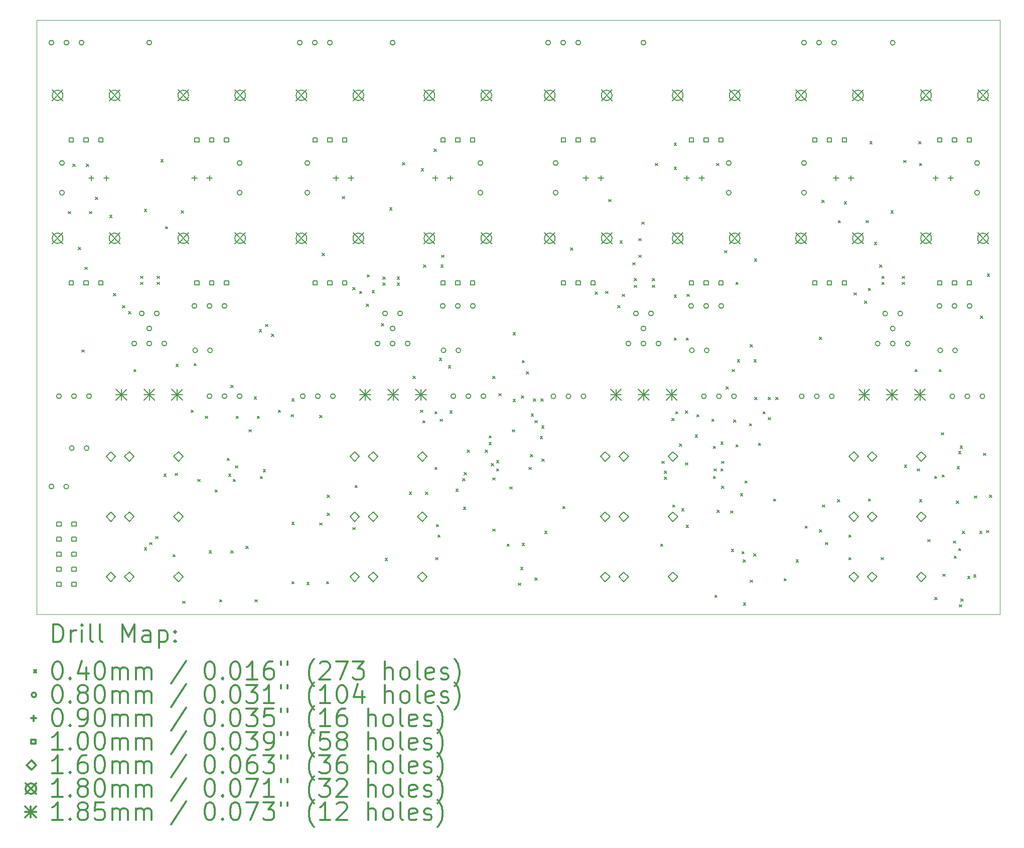
<source format=gbr>
%FSLAX45Y45*%
G04 Gerber Fmt 4.5, Leading zero omitted, Abs format (unit mm)*
G04 Created by KiCad (PCBNEW (5.1.6-0-10_14)) date 2022-01-22 16:52:27*
%MOMM*%
%LPD*%
G01*
G04 APERTURE LIST*
%TA.AperFunction,Profile*%
%ADD10C,0.050000*%
%TD*%
%ADD11C,0.200000*%
%ADD12C,0.300000*%
G04 APERTURE END LIST*
D10*
X6604000Y-14478000D02*
X22860000Y-14478000D01*
X6604000Y-4445000D02*
X6604000Y-14478000D01*
X22860000Y-4445000D02*
X6604000Y-4445000D01*
X22860000Y-14478000D02*
X22860000Y-4445000D01*
D11*
X7142800Y-7676200D02*
X7182800Y-7716200D01*
X7182800Y-7676200D02*
X7142800Y-7716200D01*
X7219000Y-6876100D02*
X7259000Y-6916100D01*
X7259000Y-6876100D02*
X7219000Y-6916100D01*
X7312200Y-8281500D02*
X7352200Y-8321500D01*
X7352200Y-8281500D02*
X7312200Y-8321500D01*
X7371891Y-10012509D02*
X7411891Y-10052509D01*
X7411891Y-10012509D02*
X7371891Y-10052509D01*
X7422200Y-8616000D02*
X7462200Y-8656000D01*
X7462200Y-8616000D02*
X7422200Y-8656000D01*
X7447600Y-6876100D02*
X7487600Y-6916100D01*
X7487600Y-6876100D02*
X7447600Y-6916100D01*
X7498400Y-7676200D02*
X7538400Y-7716200D01*
X7538400Y-7676200D02*
X7498400Y-7716200D01*
X7600000Y-7434900D02*
X7640000Y-7474900D01*
X7640000Y-7434900D02*
X7600000Y-7474900D01*
X7841300Y-7739700D02*
X7881300Y-7779700D01*
X7881300Y-7739700D02*
X7841300Y-7779700D01*
X7904800Y-9060500D02*
X7944800Y-9100500D01*
X7944800Y-9060500D02*
X7904800Y-9100500D01*
X8057200Y-9263700D02*
X8097200Y-9303700D01*
X8097200Y-9263700D02*
X8057200Y-9303700D01*
X8158800Y-9365300D02*
X8198800Y-9405300D01*
X8198800Y-9365300D02*
X8158800Y-9405300D01*
X8247700Y-10343200D02*
X8287700Y-10383200D01*
X8287700Y-10343200D02*
X8247700Y-10383200D01*
X8362000Y-8768400D02*
X8402000Y-8808400D01*
X8402000Y-8768400D02*
X8362000Y-8808400D01*
X8362000Y-8868400D02*
X8402000Y-8908400D01*
X8402000Y-8868400D02*
X8362000Y-8908400D01*
X8425500Y-7638100D02*
X8465500Y-7678100D01*
X8465500Y-7638100D02*
X8425500Y-7678100D01*
X8425500Y-13353100D02*
X8465500Y-13393100D01*
X8465500Y-13353100D02*
X8425500Y-13393100D01*
X8514400Y-13264200D02*
X8554400Y-13304200D01*
X8554400Y-13264200D02*
X8514400Y-13304200D01*
X8616000Y-13162600D02*
X8656000Y-13202600D01*
X8656000Y-13162600D02*
X8616000Y-13202600D01*
X8641400Y-8768400D02*
X8681400Y-8808400D01*
X8681400Y-8768400D02*
X8641400Y-8808400D01*
X8641400Y-8870000D02*
X8681400Y-8910000D01*
X8681400Y-8870000D02*
X8641400Y-8910000D01*
X8704900Y-6799900D02*
X8744900Y-6839900D01*
X8744900Y-6799900D02*
X8704900Y-6839900D01*
X8755700Y-12108500D02*
X8795700Y-12148500D01*
X8795700Y-12108500D02*
X8755700Y-12148500D01*
X8781100Y-7930200D02*
X8821100Y-7970200D01*
X8821100Y-7930200D02*
X8781100Y-7970200D01*
X8908100Y-13467400D02*
X8948100Y-13507400D01*
X8948100Y-13467400D02*
X8908100Y-13507400D01*
X8946200Y-12095800D02*
X8986200Y-12135800D01*
X8986200Y-12095800D02*
X8946200Y-12135800D01*
X8958900Y-10254300D02*
X8998900Y-10294300D01*
X8998900Y-10254300D02*
X8958900Y-10294300D01*
X9047800Y-7663500D02*
X9087800Y-7703500D01*
X9087800Y-7663500D02*
X9047800Y-7703500D01*
X9073200Y-14254800D02*
X9113200Y-14294800D01*
X9113200Y-14254800D02*
X9073200Y-14294800D01*
X9212900Y-11029000D02*
X9252900Y-11069000D01*
X9252900Y-11029000D02*
X9212900Y-11069000D01*
X9263700Y-10241600D02*
X9303700Y-10281600D01*
X9303700Y-10241600D02*
X9263700Y-10281600D01*
X9327200Y-12197400D02*
X9367200Y-12237400D01*
X9367200Y-12197400D02*
X9327200Y-12237400D01*
X9454200Y-11130600D02*
X9494200Y-11170600D01*
X9494200Y-11130600D02*
X9454200Y-11170600D01*
X9517700Y-13403900D02*
X9557700Y-13443900D01*
X9557700Y-13403900D02*
X9517700Y-13443900D01*
X9619300Y-12375200D02*
X9659300Y-12415200D01*
X9659300Y-12375200D02*
X9619300Y-12415200D01*
X9695500Y-14229400D02*
X9735500Y-14269400D01*
X9735500Y-14229400D02*
X9695500Y-14269400D01*
X9822500Y-11841800D02*
X9862500Y-11881800D01*
X9862500Y-11841800D02*
X9822500Y-11881800D01*
X9847900Y-12108500D02*
X9887900Y-12148500D01*
X9887900Y-12108500D02*
X9847900Y-12148500D01*
X9886000Y-10609900D02*
X9926000Y-10649900D01*
X9926000Y-10609900D02*
X9886000Y-10649900D01*
X9886000Y-13403900D02*
X9926000Y-13443900D01*
X9926000Y-13403900D02*
X9886000Y-13443900D01*
X9924100Y-12197400D02*
X9964100Y-12237400D01*
X9964100Y-12197400D02*
X9924100Y-12237400D01*
X9962200Y-11968800D02*
X10002200Y-12008800D01*
X10002200Y-11968800D02*
X9962200Y-12008800D01*
X9974900Y-11130600D02*
X10014900Y-11170600D01*
X10014900Y-11130600D02*
X9974900Y-11170600D01*
X10140000Y-13327700D02*
X10180000Y-13367700D01*
X10180000Y-13327700D02*
X10140000Y-13367700D01*
X10190800Y-11359200D02*
X10230800Y-11399200D01*
X10230800Y-11359200D02*
X10190800Y-11399200D01*
X10280334Y-10801034D02*
X10320334Y-10841034D01*
X10320334Y-10801034D02*
X10280334Y-10841034D01*
X10292400Y-14229400D02*
X10332400Y-14269400D01*
X10332400Y-14229400D02*
X10292400Y-14269400D01*
X10330500Y-11130600D02*
X10370500Y-11170600D01*
X10370500Y-11130600D02*
X10330500Y-11170600D01*
X10364700Y-9670100D02*
X10404700Y-9710100D01*
X10404700Y-9670100D02*
X10364700Y-9710100D01*
X10381300Y-12146600D02*
X10421300Y-12186600D01*
X10421300Y-12146600D02*
X10381300Y-12186600D01*
X10432100Y-12032300D02*
X10472100Y-12072300D01*
X10472100Y-12032300D02*
X10432100Y-12072300D01*
X10470200Y-9581200D02*
X10510200Y-9621200D01*
X10510200Y-9581200D02*
X10470200Y-9621200D01*
X10571800Y-9746300D02*
X10611800Y-9786300D01*
X10611800Y-9746300D02*
X10571800Y-9786300D01*
X10686100Y-11029000D02*
X10726100Y-11069000D01*
X10726100Y-11029000D02*
X10686100Y-11069000D01*
X10902000Y-11105200D02*
X10942000Y-11145200D01*
X10942000Y-11105200D02*
X10902000Y-11145200D01*
X10914700Y-10838500D02*
X10954700Y-10878500D01*
X10954700Y-10838500D02*
X10914700Y-10878500D01*
X10914700Y-12921300D02*
X10954700Y-12961300D01*
X10954700Y-12921300D02*
X10914700Y-12961300D01*
X10914700Y-13924600D02*
X10954700Y-13964600D01*
X10954700Y-13924600D02*
X10914700Y-13964600D01*
X11168700Y-13937300D02*
X11208700Y-13977300D01*
X11208700Y-13937300D02*
X11168700Y-13977300D01*
X11384600Y-11117900D02*
X11424600Y-11157900D01*
X11424600Y-11117900D02*
X11384600Y-11157900D01*
X11384600Y-12934000D02*
X11424600Y-12974000D01*
X11424600Y-12934000D02*
X11384600Y-12974000D01*
X11427000Y-8383100D02*
X11467000Y-8423100D01*
X11467000Y-8383100D02*
X11427000Y-8423100D01*
X11498900Y-13924600D02*
X11538900Y-13964600D01*
X11538900Y-13924600D02*
X11498900Y-13964600D01*
X11511600Y-12464100D02*
X11551600Y-12504100D01*
X11551600Y-12464100D02*
X11511600Y-12504100D01*
X11511600Y-12768900D02*
X11551600Y-12808900D01*
X11551600Y-12768900D02*
X11511600Y-12808900D01*
X11765600Y-7422200D02*
X11805600Y-7462200D01*
X11805600Y-7422200D02*
X11765600Y-7462200D01*
X11943400Y-8958900D02*
X11983400Y-8998900D01*
X11983400Y-8958900D02*
X11943400Y-8998900D01*
X11943400Y-13010200D02*
X11983400Y-13050200D01*
X11983400Y-13010200D02*
X11943400Y-13050200D01*
X11981500Y-12299000D02*
X12021500Y-12339000D01*
X12021500Y-12299000D02*
X11981500Y-12339000D01*
X12057700Y-9022400D02*
X12097700Y-9062400D01*
X12097700Y-9022400D02*
X12057700Y-9062400D01*
X12172000Y-9238300D02*
X12212000Y-9278300D01*
X12212000Y-9238300D02*
X12172000Y-9278300D01*
X12184700Y-8743000D02*
X12224700Y-8783000D01*
X12224700Y-8743000D02*
X12184700Y-8783000D01*
X12268833Y-9009700D02*
X12308833Y-9049700D01*
X12308833Y-9009700D02*
X12268833Y-9049700D01*
X12426000Y-9568500D02*
X12466000Y-9608500D01*
X12466000Y-9568500D02*
X12426000Y-9608500D01*
X12451400Y-8781100D02*
X12491400Y-8821100D01*
X12491400Y-8781100D02*
X12451400Y-8821100D01*
X12451400Y-8882700D02*
X12491400Y-8922700D01*
X12491400Y-8882700D02*
X12451400Y-8922700D01*
X12489500Y-13530900D02*
X12529500Y-13570900D01*
X12529500Y-13530900D02*
X12489500Y-13570900D01*
X12565700Y-7612700D02*
X12605700Y-7652700D01*
X12605700Y-7612700D02*
X12565700Y-7652700D01*
X12692700Y-8781100D02*
X12732700Y-8821100D01*
X12732700Y-8781100D02*
X12692700Y-8821100D01*
X12692700Y-8882700D02*
X12732700Y-8922700D01*
X12732700Y-8882700D02*
X12692700Y-8922700D01*
X12781600Y-6850700D02*
X12821600Y-6890700D01*
X12821600Y-6850700D02*
X12781600Y-6890700D01*
X12895900Y-12413300D02*
X12935900Y-12453300D01*
X12935900Y-12413300D02*
X12895900Y-12453300D01*
X12959400Y-10457500D02*
X12999400Y-10497500D01*
X12999400Y-10457500D02*
X12959400Y-10497500D01*
X13086400Y-11029000D02*
X13126400Y-11069000D01*
X13126400Y-11029000D02*
X13086400Y-11069000D01*
X13099100Y-6952300D02*
X13139100Y-6992300D01*
X13139100Y-6952300D02*
X13099100Y-6992300D01*
X13124500Y-11206800D02*
X13164500Y-11246800D01*
X13164500Y-11206800D02*
X13124500Y-11246800D01*
X13137200Y-8577900D02*
X13177200Y-8617900D01*
X13177200Y-8577900D02*
X13137200Y-8617900D01*
X13168300Y-12413300D02*
X13208300Y-12453300D01*
X13208300Y-12413300D02*
X13168300Y-12453300D01*
X13315000Y-6622100D02*
X13355000Y-6662100D01*
X13355000Y-6622100D02*
X13315000Y-6662100D01*
X13327700Y-11054400D02*
X13367700Y-11094400D01*
X13367700Y-11054400D02*
X13327700Y-11094400D01*
X13327700Y-11994200D02*
X13367700Y-12034200D01*
X13367700Y-11994200D02*
X13327700Y-12034200D01*
X13340400Y-13518200D02*
X13380400Y-13558200D01*
X13380400Y-13518200D02*
X13340400Y-13558200D01*
X13353100Y-12959400D02*
X13393100Y-12999400D01*
X13393100Y-12959400D02*
X13353100Y-12999400D01*
X13378500Y-13137200D02*
X13418500Y-13177200D01*
X13418500Y-13137200D02*
X13378500Y-13177200D01*
X13403900Y-10152700D02*
X13443900Y-10192700D01*
X13443900Y-10152700D02*
X13403900Y-10192700D01*
X13416600Y-11181400D02*
X13456600Y-11221400D01*
X13456600Y-11181400D02*
X13416600Y-11221400D01*
X13429300Y-8577900D02*
X13469300Y-8617900D01*
X13469300Y-8577900D02*
X13429300Y-8617900D01*
X13442000Y-8412800D02*
X13482000Y-8452800D01*
X13482000Y-8412800D02*
X13442000Y-8452800D01*
X13556300Y-10279700D02*
X13596300Y-10319700D01*
X13596300Y-10279700D02*
X13556300Y-10319700D01*
X13581700Y-11041700D02*
X13621700Y-11081700D01*
X13621700Y-11041700D02*
X13581700Y-11081700D01*
X13683300Y-12362500D02*
X13723300Y-12402500D01*
X13723300Y-12362500D02*
X13683300Y-12402500D01*
X13797600Y-12184700D02*
X13837600Y-12224700D01*
X13837600Y-12184700D02*
X13797600Y-12224700D01*
X13810300Y-12667300D02*
X13850300Y-12707300D01*
X13850300Y-12667300D02*
X13810300Y-12707300D01*
X13823000Y-12083100D02*
X13863000Y-12123100D01*
X13863000Y-12083100D02*
X13823000Y-12123100D01*
X13873800Y-11702100D02*
X13913800Y-11742100D01*
X13913800Y-11702100D02*
X13873800Y-11742100D01*
X14178600Y-11702100D02*
X14218600Y-11742100D01*
X14218600Y-11702100D02*
X14178600Y-11742100D01*
X14242100Y-11460800D02*
X14282100Y-11500800D01*
X14282100Y-11460800D02*
X14242100Y-11500800D01*
X14242100Y-11575100D02*
X14282100Y-11615100D01*
X14282100Y-11575100D02*
X14242100Y-11615100D01*
X14280200Y-11930700D02*
X14320200Y-11970700D01*
X14320200Y-11930700D02*
X14280200Y-11970700D01*
X14305600Y-10457500D02*
X14345600Y-10497500D01*
X14345600Y-10457500D02*
X14305600Y-10497500D01*
X14305600Y-12172000D02*
X14345600Y-12212000D01*
X14345600Y-12172000D02*
X14305600Y-12212000D01*
X14305600Y-13035600D02*
X14345600Y-13075600D01*
X14345600Y-13035600D02*
X14305600Y-13075600D01*
X14369100Y-11879900D02*
X14409100Y-11919900D01*
X14409100Y-11879900D02*
X14369100Y-11919900D01*
X14369100Y-12019600D02*
X14409100Y-12059600D01*
X14409100Y-12019600D02*
X14369100Y-12059600D01*
X14407200Y-10749600D02*
X14447200Y-10789600D01*
X14447200Y-10749600D02*
X14407200Y-10789600D01*
X14546900Y-13289600D02*
X14586900Y-13329600D01*
X14586900Y-13289600D02*
X14546900Y-13329600D01*
X14591250Y-12324400D02*
X14631250Y-12364400D01*
X14631250Y-12324400D02*
X14591250Y-12364400D01*
X14635800Y-11359200D02*
X14675800Y-11399200D01*
X14675800Y-11359200D02*
X14635800Y-11399200D01*
X14648500Y-10849000D02*
X14688500Y-10889000D01*
X14688500Y-10849000D02*
X14648500Y-10889000D01*
X14648990Y-9721391D02*
X14688990Y-9761391D01*
X14688990Y-9721391D02*
X14648990Y-9761391D01*
X14737400Y-13950000D02*
X14777400Y-13990000D01*
X14777400Y-13950000D02*
X14737400Y-13990000D01*
X14775500Y-13683300D02*
X14815500Y-13723300D01*
X14815500Y-13683300D02*
X14775500Y-13723300D01*
X14788200Y-10787700D02*
X14828200Y-10827700D01*
X14828200Y-10787700D02*
X14788200Y-10827700D01*
X14800900Y-10190800D02*
X14840900Y-10230800D01*
X14840900Y-10190800D02*
X14800900Y-10230800D01*
X14800900Y-13276900D02*
X14840900Y-13316900D01*
X14840900Y-13276900D02*
X14800900Y-13316900D01*
X14873400Y-10381300D02*
X14913400Y-10421300D01*
X14913400Y-10381300D02*
X14873400Y-10421300D01*
X14915200Y-11994200D02*
X14955200Y-12034200D01*
X14955200Y-11994200D02*
X14915200Y-12034200D01*
X14940600Y-11778300D02*
X14980600Y-11818300D01*
X14980600Y-11778300D02*
X14940600Y-11818300D01*
X14953300Y-11092500D02*
X14993300Y-11132500D01*
X14993300Y-11092500D02*
X14953300Y-11132500D01*
X14991400Y-10838500D02*
X15031400Y-10878500D01*
X15031400Y-10838500D02*
X14991400Y-10878500D01*
X15016800Y-11206800D02*
X15056800Y-11246800D01*
X15056800Y-11206800D02*
X15016800Y-11246800D01*
X15016800Y-13861100D02*
X15056800Y-13901100D01*
X15056800Y-13861100D02*
X15016800Y-13901100D01*
X15105700Y-11473500D02*
X15145700Y-11513500D01*
X15145700Y-11473500D02*
X15105700Y-11513500D01*
X15116805Y-10840095D02*
X15156805Y-10880095D01*
X15156805Y-10840095D02*
X15116805Y-10880095D01*
X15131100Y-11295700D02*
X15171100Y-11335700D01*
X15171100Y-11295700D02*
X15131100Y-11335700D01*
X15135000Y-11854500D02*
X15175000Y-11894500D01*
X15175000Y-11854500D02*
X15135000Y-11894500D01*
X15181900Y-13073700D02*
X15221900Y-13113700D01*
X15221900Y-13073700D02*
X15181900Y-13113700D01*
X15486700Y-12654600D02*
X15526700Y-12694600D01*
X15526700Y-12654600D02*
X15486700Y-12694600D01*
X15618000Y-8290100D02*
X15658000Y-8330100D01*
X15658000Y-8290100D02*
X15618000Y-8330100D01*
X16032800Y-9035100D02*
X16072800Y-9075100D01*
X16072800Y-9035100D02*
X16032800Y-9075100D01*
X16210600Y-9022400D02*
X16250600Y-9062400D01*
X16250600Y-9022400D02*
X16210600Y-9062400D01*
X16261400Y-7473000D02*
X16301400Y-7513000D01*
X16301400Y-7473000D02*
X16261400Y-7513000D01*
X16413800Y-9263700D02*
X16453800Y-9303700D01*
X16453800Y-9263700D02*
X16413800Y-9303700D01*
X16451900Y-8171500D02*
X16491900Y-8211500D01*
X16491900Y-8171500D02*
X16451900Y-8211500D01*
X16490000Y-9073200D02*
X16530000Y-9113200D01*
X16530000Y-9073200D02*
X16490000Y-9113200D01*
X16667800Y-8539800D02*
X16707800Y-8579800D01*
X16707800Y-8539800D02*
X16667800Y-8579800D01*
X16693200Y-8806500D02*
X16733200Y-8846500D01*
X16733200Y-8806500D02*
X16693200Y-8846500D01*
X16693200Y-8920800D02*
X16733200Y-8960800D01*
X16733200Y-8920800D02*
X16693200Y-8960800D01*
X16769400Y-8133400D02*
X16809400Y-8173400D01*
X16809400Y-8133400D02*
X16769400Y-8173400D01*
X16769400Y-8412800D02*
X16809400Y-8452800D01*
X16809400Y-8412800D02*
X16769400Y-8452800D01*
X16820200Y-7854051D02*
X16860200Y-7894051D01*
X16860200Y-7854051D02*
X16820200Y-7894051D01*
X16998000Y-8806500D02*
X17038000Y-8846500D01*
X17038000Y-8806500D02*
X16998000Y-8846500D01*
X16998000Y-8920800D02*
X17038000Y-8960800D01*
X17038000Y-8920800D02*
X16998000Y-8960800D01*
X17048800Y-6863400D02*
X17088800Y-6903400D01*
X17088800Y-6863400D02*
X17048800Y-6903400D01*
X17137700Y-13289600D02*
X17177700Y-13329600D01*
X17177700Y-13289600D02*
X17137700Y-13329600D01*
X17156199Y-11892600D02*
X17196199Y-11932600D01*
X17196199Y-11892600D02*
X17156199Y-11932600D01*
X17201200Y-12057700D02*
X17241200Y-12097700D01*
X17241200Y-12057700D02*
X17201200Y-12097700D01*
X17201200Y-12159300D02*
X17241200Y-12199300D01*
X17241200Y-12159300D02*
X17201200Y-12199300D01*
X17327735Y-11168235D02*
X17367735Y-11208235D01*
X17367735Y-11168235D02*
X17327735Y-11208235D01*
X17340900Y-12629200D02*
X17380900Y-12669200D01*
X17380900Y-12629200D02*
X17340900Y-12669200D01*
X17366300Y-6520500D02*
X17406300Y-6560500D01*
X17406300Y-6520500D02*
X17366300Y-6560500D01*
X17366300Y-6926900D02*
X17406300Y-6966900D01*
X17406300Y-6926900D02*
X17366300Y-6966900D01*
X17366300Y-9085900D02*
X17406300Y-9125900D01*
X17406300Y-9085900D02*
X17366300Y-9125900D01*
X17366300Y-9809800D02*
X17406300Y-9849800D01*
X17406300Y-9809800D02*
X17366300Y-9849800D01*
X17391700Y-11054400D02*
X17431700Y-11094400D01*
X17431700Y-11054400D02*
X17391700Y-11094400D01*
X17455200Y-11600500D02*
X17495200Y-11640500D01*
X17495200Y-11600500D02*
X17455200Y-11640500D01*
X17493300Y-12692700D02*
X17533300Y-12732700D01*
X17533300Y-12692700D02*
X17493300Y-12732700D01*
X17556800Y-11041700D02*
X17596800Y-11081700D01*
X17596800Y-11041700D02*
X17556800Y-11081700D01*
X17556800Y-11918000D02*
X17596800Y-11958000D01*
X17596800Y-11918000D02*
X17556800Y-11958000D01*
X17569500Y-9809800D02*
X17609500Y-9849800D01*
X17609500Y-9809800D02*
X17569500Y-9849800D01*
X17569500Y-12972100D02*
X17609500Y-13012100D01*
X17609500Y-12972100D02*
X17569500Y-13012100D01*
X17582200Y-9073200D02*
X17622200Y-9113200D01*
X17622200Y-9073200D02*
X17582200Y-9113200D01*
X17721900Y-11448100D02*
X17761900Y-11488100D01*
X17761900Y-11448100D02*
X17721900Y-11488100D01*
X17747300Y-11105200D02*
X17787300Y-11145200D01*
X17787300Y-11105200D02*
X17747300Y-11145200D01*
X18001300Y-11181400D02*
X18041300Y-11221400D01*
X18041300Y-11181400D02*
X18001300Y-11221400D01*
X18026700Y-11638600D02*
X18066700Y-11678600D01*
X18066700Y-11638600D02*
X18026700Y-11678600D01*
X18026700Y-12146600D02*
X18066700Y-12186600D01*
X18066700Y-12146600D02*
X18026700Y-12186600D01*
X18039400Y-12019600D02*
X18079400Y-12059600D01*
X18079400Y-12019600D02*
X18039400Y-12059600D01*
X18052100Y-14153200D02*
X18092100Y-14193200D01*
X18092100Y-14153200D02*
X18052100Y-14193200D01*
X18081487Y-6863400D02*
X18121487Y-6903400D01*
X18121487Y-6863400D02*
X18081487Y-6903400D01*
X18090200Y-12718100D02*
X18130200Y-12758100D01*
X18130200Y-12718100D02*
X18090200Y-12758100D01*
X18153700Y-11566100D02*
X18193700Y-11606100D01*
X18193700Y-11566100D02*
X18153700Y-11606100D01*
X18153700Y-12019600D02*
X18193700Y-12059600D01*
X18193700Y-12019600D02*
X18153700Y-12059600D01*
X18166400Y-11892600D02*
X18206400Y-11932600D01*
X18206400Y-11892600D02*
X18166400Y-11932600D01*
X18166400Y-12311700D02*
X18206400Y-12351700D01*
X18206400Y-12311700D02*
X18166400Y-12351700D01*
X18217200Y-8336600D02*
X18257200Y-8376600D01*
X18257200Y-8336600D02*
X18217200Y-8376600D01*
X18242600Y-10635300D02*
X18282600Y-10675300D01*
X18282600Y-10635300D02*
X18242600Y-10675300D01*
X18318800Y-12730800D02*
X18358800Y-12770800D01*
X18358800Y-12730800D02*
X18318800Y-12770800D01*
X18331500Y-13378500D02*
X18371500Y-13418500D01*
X18371500Y-13378500D02*
X18331500Y-13418500D01*
X18344200Y-10343200D02*
X18384200Y-10383200D01*
X18384200Y-10343200D02*
X18344200Y-10383200D01*
X18369600Y-11194100D02*
X18409600Y-11234100D01*
X18409600Y-11194100D02*
X18369600Y-11234100D01*
X18407700Y-8870000D02*
X18447700Y-8910000D01*
X18447700Y-8870000D02*
X18407700Y-8910000D01*
X18407700Y-11613200D02*
X18447700Y-11653200D01*
X18447700Y-11613200D02*
X18407700Y-11653200D01*
X18433100Y-10178100D02*
X18473100Y-10218100D01*
X18473100Y-10178100D02*
X18433100Y-10218100D01*
X18483900Y-12438700D02*
X18523900Y-12478700D01*
X18523900Y-12438700D02*
X18483900Y-12478700D01*
X18509300Y-13416600D02*
X18549300Y-13456600D01*
X18549300Y-13416600D02*
X18509300Y-13456600D01*
X18530773Y-13552373D02*
X18570773Y-13592373D01*
X18570773Y-13552373D02*
X18530773Y-13592373D01*
X18534700Y-14284100D02*
X18574700Y-14324100D01*
X18574700Y-14284100D02*
X18534700Y-14324100D01*
X18560100Y-12222800D02*
X18600100Y-12262800D01*
X18600100Y-12222800D02*
X18560100Y-12262800D01*
X18636300Y-11257600D02*
X18676300Y-11297600D01*
X18676300Y-11257600D02*
X18636300Y-11297600D01*
X18649000Y-9924100D02*
X18689000Y-9964100D01*
X18689000Y-9924100D02*
X18649000Y-9964100D01*
X18649000Y-13899200D02*
X18689000Y-13939200D01*
X18689000Y-13899200D02*
X18649000Y-13939200D01*
X18706250Y-13454700D02*
X18746250Y-13494700D01*
X18746250Y-13454700D02*
X18706250Y-13494700D01*
X18712500Y-10178100D02*
X18752500Y-10218100D01*
X18752500Y-10178100D02*
X18712500Y-10218100D01*
X18721500Y-8476300D02*
X18761500Y-8516300D01*
X18761500Y-8476300D02*
X18721500Y-8516300D01*
X18725200Y-10813100D02*
X18765200Y-10853100D01*
X18765200Y-10813100D02*
X18725200Y-10853100D01*
X18788700Y-11587800D02*
X18828700Y-11627800D01*
X18828700Y-11587800D02*
X18788700Y-11627800D01*
X18864900Y-11054400D02*
X18904900Y-11094400D01*
X18904900Y-11054400D02*
X18864900Y-11094400D01*
X18953800Y-10813100D02*
X18993800Y-10853100D01*
X18993800Y-10813100D02*
X18953800Y-10853100D01*
X18953800Y-11156000D02*
X18993800Y-11196000D01*
X18993800Y-11156000D02*
X18953800Y-11196000D01*
X19042700Y-12527600D02*
X19082700Y-12567600D01*
X19082700Y-12527600D02*
X19042700Y-12567600D01*
X19080800Y-10813100D02*
X19120800Y-10853100D01*
X19120800Y-10813100D02*
X19080800Y-10853100D01*
X19220500Y-13873800D02*
X19260500Y-13913800D01*
X19260500Y-13873800D02*
X19220500Y-13913800D01*
X19423700Y-13556300D02*
X19463700Y-13596300D01*
X19463700Y-13556300D02*
X19423700Y-13596300D01*
X19576100Y-12984800D02*
X19616100Y-13024800D01*
X19616100Y-12984800D02*
X19576100Y-13024800D01*
X19817400Y-9797100D02*
X19857400Y-9837100D01*
X19857400Y-9797100D02*
X19817400Y-9837100D01*
X19817400Y-13048300D02*
X19857400Y-13088300D01*
X19857400Y-13048300D02*
X19817400Y-13088300D01*
X19858000Y-7483200D02*
X19898000Y-7523200D01*
X19898000Y-7483200D02*
X19858000Y-7523200D01*
X19868200Y-12629200D02*
X19908200Y-12669200D01*
X19908200Y-12629200D02*
X19868200Y-12669200D01*
X19919000Y-13264200D02*
X19959000Y-13304200D01*
X19959000Y-13264200D02*
X19919000Y-13304200D01*
X20122200Y-12540300D02*
X20162200Y-12580300D01*
X20162200Y-12540300D02*
X20122200Y-12580300D01*
X20134900Y-7828600D02*
X20174900Y-7868600D01*
X20174900Y-7828600D02*
X20134900Y-7868600D01*
X20236500Y-7511100D02*
X20276500Y-7551100D01*
X20276500Y-7511100D02*
X20236500Y-7551100D01*
X20312700Y-13137200D02*
X20352700Y-13177200D01*
X20352700Y-13137200D02*
X20312700Y-13177200D01*
X20312700Y-13518200D02*
X20352700Y-13558200D01*
X20352700Y-13518200D02*
X20312700Y-13558200D01*
X20401600Y-9047800D02*
X20441600Y-9087800D01*
X20441600Y-9047800D02*
X20401600Y-9087800D01*
X20579400Y-9187500D02*
X20619400Y-9227500D01*
X20619400Y-9187500D02*
X20579400Y-9227500D01*
X20604800Y-7828600D02*
X20644800Y-7868600D01*
X20644800Y-7828600D02*
X20604800Y-7868600D01*
X20642900Y-8971600D02*
X20682900Y-9011600D01*
X20682900Y-8971600D02*
X20642900Y-9011600D01*
X20642900Y-12527600D02*
X20682900Y-12567600D01*
X20682900Y-12527600D02*
X20642900Y-12567600D01*
X20668300Y-6495100D02*
X20708300Y-6535100D01*
X20708300Y-6495100D02*
X20668300Y-6535100D01*
X20744500Y-8196900D02*
X20784500Y-8236900D01*
X20784500Y-8196900D02*
X20744500Y-8236900D01*
X20833400Y-8577900D02*
X20873400Y-8617900D01*
X20873400Y-8577900D02*
X20833400Y-8617900D01*
X20858800Y-13518200D02*
X20898800Y-13558200D01*
X20898800Y-13518200D02*
X20858800Y-13558200D01*
X20871500Y-8768400D02*
X20911500Y-8808400D01*
X20911500Y-8768400D02*
X20871500Y-8808400D01*
X20871500Y-8870000D02*
X20911500Y-8910000D01*
X20911500Y-8870000D02*
X20871500Y-8910000D01*
X21023900Y-7663500D02*
X21063900Y-7703500D01*
X21063900Y-7663500D02*
X21023900Y-7703500D01*
X21214400Y-8768400D02*
X21254400Y-8808400D01*
X21254400Y-8768400D02*
X21214400Y-8808400D01*
X21214400Y-8870000D02*
X21254400Y-8910000D01*
X21254400Y-8870000D02*
X21214400Y-8910000D01*
X21239800Y-6812600D02*
X21279800Y-6852600D01*
X21279800Y-6812600D02*
X21239800Y-6852600D01*
X21252500Y-11956100D02*
X21292500Y-11996100D01*
X21292500Y-11956100D02*
X21252500Y-11996100D01*
X21430300Y-10343200D02*
X21470300Y-10383200D01*
X21470300Y-10343200D02*
X21430300Y-10383200D01*
X21468900Y-12019600D02*
X21508900Y-12059600D01*
X21508900Y-12019600D02*
X21468900Y-12059600D01*
X21493800Y-6495100D02*
X21533800Y-6535100D01*
X21533800Y-6495100D02*
X21493800Y-6535100D01*
X21506500Y-6863400D02*
X21546500Y-6903400D01*
X21546500Y-6863400D02*
X21506500Y-6903400D01*
X21506500Y-12540300D02*
X21546500Y-12580300D01*
X21546500Y-12540300D02*
X21506500Y-12580300D01*
X21646200Y-13213400D02*
X21686200Y-13253400D01*
X21686200Y-13213400D02*
X21646200Y-13253400D01*
X21760035Y-12146135D02*
X21800035Y-12186135D01*
X21800035Y-12146135D02*
X21760035Y-12186135D01*
X21762240Y-14193040D02*
X21802240Y-14233040D01*
X21802240Y-14193040D02*
X21762240Y-14233040D01*
X21836700Y-10343200D02*
X21876700Y-10383200D01*
X21876700Y-10343200D02*
X21836700Y-10383200D01*
X21874800Y-11410000D02*
X21914800Y-11450000D01*
X21914800Y-11410000D02*
X21874800Y-11450000D01*
X21874800Y-11410000D02*
X21914800Y-11450000D01*
X21914800Y-11410000D02*
X21874800Y-11450000D01*
X21887500Y-12121200D02*
X21927500Y-12161200D01*
X21927500Y-12121200D02*
X21887500Y-12161200D01*
X21900200Y-13797600D02*
X21940200Y-13837600D01*
X21940200Y-13797600D02*
X21900200Y-13837600D01*
X22078000Y-13238800D02*
X22118000Y-13278800D01*
X22118000Y-13238800D02*
X22078000Y-13278800D01*
X22090700Y-13492800D02*
X22130700Y-13532800D01*
X22130700Y-13492800D02*
X22090700Y-13532800D01*
X22128800Y-12565700D02*
X22168800Y-12605700D01*
X22168800Y-12565700D02*
X22128800Y-12605700D01*
X22141500Y-11981500D02*
X22181500Y-12021500D01*
X22181500Y-11981500D02*
X22141500Y-12021500D01*
X22166900Y-11727500D02*
X22206900Y-11767500D01*
X22206900Y-11727500D02*
X22166900Y-11767500D01*
X22166900Y-13365800D02*
X22206900Y-13405800D01*
X22206900Y-13365800D02*
X22166900Y-13405800D01*
X22180746Y-14313714D02*
X22220746Y-14353714D01*
X22220746Y-14313714D02*
X22180746Y-14353714D01*
X22191650Y-11630611D02*
X22231650Y-11670611D01*
X22231650Y-11630611D02*
X22191650Y-11670611D01*
X22205000Y-14216700D02*
X22245000Y-14256700D01*
X22245000Y-14216700D02*
X22205000Y-14256700D01*
X22230400Y-13073700D02*
X22270400Y-13113700D01*
X22270400Y-13073700D02*
X22230400Y-13113700D01*
X22319300Y-13835700D02*
X22359300Y-13875700D01*
X22359300Y-13835700D02*
X22319300Y-13875700D01*
X22420900Y-13810300D02*
X22460900Y-13850300D01*
X22460900Y-13810300D02*
X22420900Y-13850300D01*
X22433600Y-12476800D02*
X22473600Y-12516800D01*
X22473600Y-12476800D02*
X22433600Y-12516800D01*
X22522500Y-13073700D02*
X22562500Y-13113700D01*
X22562500Y-13073700D02*
X22522500Y-13113700D01*
X22535200Y-9441500D02*
X22575200Y-9481500D01*
X22575200Y-9441500D02*
X22535200Y-9481500D01*
X22586985Y-11755086D02*
X22626985Y-11795086D01*
X22626985Y-11755086D02*
X22586985Y-11795086D01*
X22636800Y-13061000D02*
X22676800Y-13101000D01*
X22676800Y-13061000D02*
X22636800Y-13101000D01*
X22649500Y-8730300D02*
X22689500Y-8770300D01*
X22689500Y-8730300D02*
X22649500Y-8770300D01*
X22687600Y-12464100D02*
X22727600Y-12504100D01*
X22727600Y-12464100D02*
X22687600Y-12504100D01*
X19598000Y-4826000D02*
G75*
G03*
X19598000Y-4826000I-40000J0D01*
G01*
X19852000Y-4826000D02*
G75*
G03*
X19852000Y-4826000I-40000J0D01*
G01*
X20106000Y-4826000D02*
G75*
G03*
X20106000Y-4826000I-40000J0D01*
G01*
X6898000Y-12319000D02*
G75*
G03*
X6898000Y-12319000I-40000J0D01*
G01*
X7148000Y-12319000D02*
G75*
G03*
X7148000Y-12319000I-40000J0D01*
G01*
X19559900Y-10795000D02*
G75*
G03*
X19559900Y-10795000I-40000J0D01*
G01*
X19813900Y-10795000D02*
G75*
G03*
X19813900Y-10795000I-40000J0D01*
G01*
X20067900Y-10795000D02*
G75*
G03*
X20067900Y-10795000I-40000J0D01*
G01*
X9311000Y-9271000D02*
G75*
G03*
X9311000Y-9271000I-40000J0D01*
G01*
X9565000Y-9271000D02*
G75*
G03*
X9565000Y-9271000I-40000J0D01*
G01*
X9819000Y-9271000D02*
G75*
G03*
X9819000Y-9271000I-40000J0D01*
G01*
X8295000Y-9906000D02*
G75*
G03*
X8295000Y-9906000I-40000J0D01*
G01*
X8422000Y-9398000D02*
G75*
G03*
X8422000Y-9398000I-40000J0D01*
G01*
X8549000Y-4826000D02*
G75*
G03*
X8549000Y-4826000I-40000J0D01*
G01*
X8549000Y-9652000D02*
G75*
G03*
X8549000Y-9652000I-40000J0D01*
G01*
X8549000Y-9906000D02*
G75*
G03*
X8549000Y-9906000I-40000J0D01*
G01*
X8676000Y-9398000D02*
G75*
G03*
X8676000Y-9398000I-40000J0D01*
G01*
X8803000Y-9906000D02*
G75*
G03*
X8803000Y-9906000I-40000J0D01*
G01*
X14137000Y-6858000D02*
G75*
G03*
X14137000Y-6858000I-40000J0D01*
G01*
X14137000Y-7358000D02*
G75*
G03*
X14137000Y-7358000I-40000J0D01*
G01*
X11089000Y-4826000D02*
G75*
G03*
X11089000Y-4826000I-40000J0D01*
G01*
X11343000Y-4826000D02*
G75*
G03*
X11343000Y-4826000I-40000J0D01*
G01*
X11597000Y-4826000D02*
G75*
G03*
X11597000Y-4826000I-40000J0D01*
G01*
X17705700Y-10020300D02*
G75*
G03*
X17705700Y-10020300I-40000J0D01*
G01*
X17955700Y-10020300D02*
G75*
G03*
X17955700Y-10020300I-40000J0D01*
G01*
X22099900Y-10795000D02*
G75*
G03*
X22099900Y-10795000I-40000J0D01*
G01*
X22353900Y-10795000D02*
G75*
G03*
X22353900Y-10795000I-40000J0D01*
G01*
X22607900Y-10795000D02*
G75*
G03*
X22607900Y-10795000I-40000J0D01*
G01*
X21896700Y-10020300D02*
G75*
G03*
X21896700Y-10020300I-40000J0D01*
G01*
X22146700Y-10020300D02*
G75*
G03*
X22146700Y-10020300I-40000J0D01*
G01*
X15407000Y-6858000D02*
G75*
G03*
X15407000Y-6858000I-40000J0D01*
G01*
X15407000Y-7358000D02*
G75*
G03*
X15407000Y-7358000I-40000J0D01*
G01*
X13679800Y-10795000D02*
G75*
G03*
X13679800Y-10795000I-40000J0D01*
G01*
X13933800Y-10795000D02*
G75*
G03*
X13933800Y-10795000I-40000J0D01*
G01*
X14187800Y-10795000D02*
G75*
G03*
X14187800Y-10795000I-40000J0D01*
G01*
X15368900Y-10795000D02*
G75*
G03*
X15368900Y-10795000I-40000J0D01*
G01*
X15622900Y-10795000D02*
G75*
G03*
X15622900Y-10795000I-40000J0D01*
G01*
X15876900Y-10795000D02*
G75*
G03*
X15876900Y-10795000I-40000J0D01*
G01*
X19598000Y-6858000D02*
G75*
G03*
X19598000Y-6858000I-40000J0D01*
G01*
X19598000Y-7358000D02*
G75*
G03*
X19598000Y-7358000I-40000J0D01*
G01*
X13514700Y-10020300D02*
G75*
G03*
X13514700Y-10020300I-40000J0D01*
G01*
X13764700Y-10020300D02*
G75*
G03*
X13764700Y-10020300I-40000J0D01*
G01*
X18328000Y-6858000D02*
G75*
G03*
X18328000Y-6858000I-40000J0D01*
G01*
X18328000Y-7358000D02*
G75*
G03*
X18328000Y-7358000I-40000J0D01*
G01*
X7075800Y-6858000D02*
G75*
G03*
X7075800Y-6858000I-40000J0D01*
G01*
X7075800Y-7358000D02*
G75*
G03*
X7075800Y-7358000I-40000J0D01*
G01*
X7025000Y-10795000D02*
G75*
G03*
X7025000Y-10795000I-40000J0D01*
G01*
X7279000Y-10795000D02*
G75*
G03*
X7279000Y-10795000I-40000J0D01*
G01*
X7533000Y-10795000D02*
G75*
G03*
X7533000Y-10795000I-40000J0D01*
G01*
X9323700Y-10020300D02*
G75*
G03*
X9323700Y-10020300I-40000J0D01*
G01*
X9573700Y-10020300D02*
G75*
G03*
X9573700Y-10020300I-40000J0D01*
G01*
X22519000Y-6858000D02*
G75*
G03*
X22519000Y-6858000I-40000J0D01*
G01*
X22519000Y-7358000D02*
G75*
G03*
X22519000Y-7358000I-40000J0D01*
G01*
X15280000Y-4826000D02*
G75*
G03*
X15280000Y-4826000I-40000J0D01*
G01*
X15534000Y-4826000D02*
G75*
G03*
X15534000Y-4826000I-40000J0D01*
G01*
X15788000Y-4826000D02*
G75*
G03*
X15788000Y-4826000I-40000J0D01*
G01*
X10073000Y-6858000D02*
G75*
G03*
X10073000Y-6858000I-40000J0D01*
G01*
X10073000Y-7358000D02*
G75*
G03*
X10073000Y-7358000I-40000J0D01*
G01*
X7240900Y-11671300D02*
G75*
G03*
X7240900Y-11671300I-40000J0D01*
G01*
X7490900Y-11671300D02*
G75*
G03*
X7490900Y-11671300I-40000J0D01*
G01*
X20841000Y-9906000D02*
G75*
G03*
X20841000Y-9906000I-40000J0D01*
G01*
X20968000Y-9398000D02*
G75*
G03*
X20968000Y-9398000I-40000J0D01*
G01*
X21095000Y-4826000D02*
G75*
G03*
X21095000Y-4826000I-40000J0D01*
G01*
X21095000Y-9652000D02*
G75*
G03*
X21095000Y-9652000I-40000J0D01*
G01*
X21095000Y-9906000D02*
G75*
G03*
X21095000Y-9906000I-40000J0D01*
G01*
X21222000Y-9398000D02*
G75*
G03*
X21222000Y-9398000I-40000J0D01*
G01*
X21349000Y-9906000D02*
G75*
G03*
X21349000Y-9906000I-40000J0D01*
G01*
X13502000Y-9271000D02*
G75*
G03*
X13502000Y-9271000I-40000J0D01*
G01*
X13756000Y-9271000D02*
G75*
G03*
X13756000Y-9271000I-40000J0D01*
G01*
X14010000Y-9271000D02*
G75*
G03*
X14010000Y-9271000I-40000J0D01*
G01*
X6898000Y-4826000D02*
G75*
G03*
X6898000Y-4826000I-40000J0D01*
G01*
X7152000Y-4826000D02*
G75*
G03*
X7152000Y-4826000I-40000J0D01*
G01*
X7406000Y-4826000D02*
G75*
G03*
X7406000Y-4826000I-40000J0D01*
G01*
X21884000Y-9271000D02*
G75*
G03*
X21884000Y-9271000I-40000J0D01*
G01*
X22138000Y-9271000D02*
G75*
G03*
X22138000Y-9271000I-40000J0D01*
G01*
X22392000Y-9271000D02*
G75*
G03*
X22392000Y-9271000I-40000J0D01*
G01*
X17908900Y-10795000D02*
G75*
G03*
X17908900Y-10795000I-40000J0D01*
G01*
X18162900Y-10795000D02*
G75*
G03*
X18162900Y-10795000I-40000J0D01*
G01*
X18416900Y-10795000D02*
G75*
G03*
X18416900Y-10795000I-40000J0D01*
G01*
X11216000Y-6858000D02*
G75*
G03*
X11216000Y-6858000I-40000J0D01*
G01*
X11216000Y-7358000D02*
G75*
G03*
X11216000Y-7358000I-40000J0D01*
G01*
X17693000Y-9271000D02*
G75*
G03*
X17693000Y-9271000I-40000J0D01*
G01*
X17947000Y-9271000D02*
G75*
G03*
X17947000Y-9271000I-40000J0D01*
G01*
X18201000Y-9271000D02*
G75*
G03*
X18201000Y-9271000I-40000J0D01*
G01*
X12401333Y-9906000D02*
G75*
G03*
X12401333Y-9906000I-40000J0D01*
G01*
X12528333Y-9398000D02*
G75*
G03*
X12528333Y-9398000I-40000J0D01*
G01*
X12655333Y-4826000D02*
G75*
G03*
X12655333Y-4826000I-40000J0D01*
G01*
X12655333Y-9652000D02*
G75*
G03*
X12655333Y-9652000I-40000J0D01*
G01*
X12655333Y-9906000D02*
G75*
G03*
X12655333Y-9906000I-40000J0D01*
G01*
X12782333Y-9398000D02*
G75*
G03*
X12782333Y-9398000I-40000J0D01*
G01*
X12909333Y-9906000D02*
G75*
G03*
X12909333Y-9906000I-40000J0D01*
G01*
X16634667Y-9906000D02*
G75*
G03*
X16634667Y-9906000I-40000J0D01*
G01*
X16761667Y-9398000D02*
G75*
G03*
X16761667Y-9398000I-40000J0D01*
G01*
X16888667Y-4826000D02*
G75*
G03*
X16888667Y-4826000I-40000J0D01*
G01*
X16888667Y-9652000D02*
G75*
G03*
X16888667Y-9652000I-40000J0D01*
G01*
X16888667Y-9906000D02*
G75*
G03*
X16888667Y-9906000I-40000J0D01*
G01*
X17015667Y-9398000D02*
G75*
G03*
X17015667Y-9398000I-40000J0D01*
G01*
X17142667Y-9906000D02*
G75*
G03*
X17142667Y-9906000I-40000J0D01*
G01*
X9565000Y-10795000D02*
G75*
G03*
X9565000Y-10795000I-40000J0D01*
G01*
X9819000Y-10795000D02*
G75*
G03*
X9819000Y-10795000I-40000J0D01*
G01*
X10073000Y-10795000D02*
G75*
G03*
X10073000Y-10795000I-40000J0D01*
G01*
X11139800Y-10795000D02*
G75*
G03*
X11139800Y-10795000I-40000J0D01*
G01*
X11393800Y-10795000D02*
G75*
G03*
X11393800Y-10795000I-40000J0D01*
G01*
X11647800Y-10795000D02*
G75*
G03*
X11647800Y-10795000I-40000J0D01*
G01*
X15875000Y-7067000D02*
X15875000Y-7157000D01*
X15830000Y-7112000D02*
X15920000Y-7112000D01*
X16129000Y-7067000D02*
X16129000Y-7157000D01*
X16084000Y-7112000D02*
X16174000Y-7112000D01*
X7531100Y-7067000D02*
X7531100Y-7157000D01*
X7486100Y-7112000D02*
X7576100Y-7112000D01*
X7785100Y-7067000D02*
X7785100Y-7157000D01*
X7740100Y-7112000D02*
X7830100Y-7112000D01*
X17576800Y-7067000D02*
X17576800Y-7157000D01*
X17531800Y-7112000D02*
X17621800Y-7112000D01*
X17830800Y-7067000D02*
X17830800Y-7157000D01*
X17785800Y-7112000D02*
X17875800Y-7112000D01*
X11658600Y-7067000D02*
X11658600Y-7157000D01*
X11613600Y-7112000D02*
X11703600Y-7112000D01*
X11912600Y-7067000D02*
X11912600Y-7157000D01*
X11867600Y-7112000D02*
X11957600Y-7112000D01*
X20099600Y-7067000D02*
X20099600Y-7157000D01*
X20054600Y-7112000D02*
X20144600Y-7112000D01*
X20353600Y-7067000D02*
X20353600Y-7157000D01*
X20308600Y-7112000D02*
X20398600Y-7112000D01*
X13335000Y-7067000D02*
X13335000Y-7157000D01*
X13290000Y-7112000D02*
X13380000Y-7112000D01*
X13589000Y-7067000D02*
X13589000Y-7157000D01*
X13544000Y-7112000D02*
X13634000Y-7112000D01*
X9271000Y-7067000D02*
X9271000Y-7157000D01*
X9226000Y-7112000D02*
X9316000Y-7112000D01*
X9525000Y-7067000D02*
X9525000Y-7157000D01*
X9480000Y-7112000D02*
X9570000Y-7112000D01*
X21780500Y-7067000D02*
X21780500Y-7157000D01*
X21735500Y-7112000D02*
X21825500Y-7112000D01*
X22034500Y-7067000D02*
X22034500Y-7157000D01*
X21989500Y-7112000D02*
X22079500Y-7112000D01*
X13501356Y-6500356D02*
X13501356Y-6429644D01*
X13430644Y-6429644D01*
X13430644Y-6500356D01*
X13501356Y-6500356D01*
X13751356Y-6500356D02*
X13751356Y-6429644D01*
X13680644Y-6429644D01*
X13680644Y-6500356D01*
X13751356Y-6500356D01*
X14001356Y-6500356D02*
X14001356Y-6429644D01*
X13930644Y-6429644D01*
X13930644Y-6500356D01*
X14001356Y-6500356D01*
X7227556Y-6500356D02*
X7227556Y-6429644D01*
X7156844Y-6429644D01*
X7156844Y-6500356D01*
X7227556Y-6500356D01*
X7477556Y-6500356D02*
X7477556Y-6429644D01*
X7406844Y-6429644D01*
X7406844Y-6500356D01*
X7477556Y-6500356D01*
X7727556Y-6500356D02*
X7727556Y-6429644D01*
X7656844Y-6429644D01*
X7656844Y-6500356D01*
X7727556Y-6500356D01*
X7020356Y-12989356D02*
X7020356Y-12918644D01*
X6949644Y-12918644D01*
X6949644Y-12989356D01*
X7020356Y-12989356D01*
X7020356Y-13243356D02*
X7020356Y-13172644D01*
X6949644Y-13172644D01*
X6949644Y-13243356D01*
X7020356Y-13243356D01*
X7020356Y-13497356D02*
X7020356Y-13426644D01*
X6949644Y-13426644D01*
X6949644Y-13497356D01*
X7020356Y-13497356D01*
X7020356Y-13751356D02*
X7020356Y-13680644D01*
X6949644Y-13680644D01*
X6949644Y-13751356D01*
X7020356Y-13751356D01*
X7020356Y-14005356D02*
X7020356Y-13934644D01*
X6949644Y-13934644D01*
X6949644Y-14005356D01*
X7020356Y-14005356D01*
X7274356Y-12989356D02*
X7274356Y-12918644D01*
X7203644Y-12918644D01*
X7203644Y-12989356D01*
X7274356Y-12989356D01*
X7274356Y-13243356D02*
X7274356Y-13172644D01*
X7203644Y-13172644D01*
X7203644Y-13243356D01*
X7274356Y-13243356D01*
X7274356Y-13497356D02*
X7274356Y-13426644D01*
X7203644Y-13426644D01*
X7203644Y-13497356D01*
X7274356Y-13497356D01*
X7274356Y-13751356D02*
X7274356Y-13680644D01*
X7203644Y-13680644D01*
X7203644Y-13751356D01*
X7274356Y-13751356D01*
X7274356Y-14005356D02*
X7274356Y-13934644D01*
X7203644Y-13934644D01*
X7203644Y-14005356D01*
X7274356Y-14005356D01*
X17692356Y-8913356D02*
X17692356Y-8842644D01*
X17621644Y-8842644D01*
X17621644Y-8913356D01*
X17692356Y-8913356D01*
X17942356Y-8913356D02*
X17942356Y-8842644D01*
X17871644Y-8842644D01*
X17871644Y-8913356D01*
X17942356Y-8913356D01*
X18192356Y-8913356D02*
X18192356Y-8842644D01*
X18121644Y-8842644D01*
X18121644Y-8913356D01*
X18192356Y-8913356D01*
X11342356Y-8913356D02*
X11342356Y-8842644D01*
X11271644Y-8842644D01*
X11271644Y-8913356D01*
X11342356Y-8913356D01*
X11592356Y-8913356D02*
X11592356Y-8842644D01*
X11521644Y-8842644D01*
X11521644Y-8913356D01*
X11592356Y-8913356D01*
X11842356Y-8913356D02*
X11842356Y-8842644D01*
X11771644Y-8842644D01*
X11771644Y-8913356D01*
X11842356Y-8913356D01*
X19773356Y-6500356D02*
X19773356Y-6429644D01*
X19702644Y-6429644D01*
X19702644Y-6500356D01*
X19773356Y-6500356D01*
X20023356Y-6500356D02*
X20023356Y-6429644D01*
X19952644Y-6429644D01*
X19952644Y-6500356D01*
X20023356Y-6500356D01*
X20273356Y-6500356D02*
X20273356Y-6429644D01*
X20202644Y-6429644D01*
X20202644Y-6500356D01*
X20273356Y-6500356D01*
X9348456Y-8913356D02*
X9348456Y-8842644D01*
X9277744Y-8842644D01*
X9277744Y-8913356D01*
X9348456Y-8913356D01*
X9598456Y-8913356D02*
X9598456Y-8842644D01*
X9527744Y-8842644D01*
X9527744Y-8913356D01*
X9598456Y-8913356D01*
X9848456Y-8913356D02*
X9848456Y-8842644D01*
X9777744Y-8842644D01*
X9777744Y-8913356D01*
X9848456Y-8913356D01*
X9348456Y-6500356D02*
X9348456Y-6429644D01*
X9277744Y-6429644D01*
X9277744Y-6500356D01*
X9348456Y-6500356D01*
X9598456Y-6500356D02*
X9598456Y-6429644D01*
X9527744Y-6429644D01*
X9527744Y-6500356D01*
X9598456Y-6500356D01*
X9848456Y-6500356D02*
X9848456Y-6429644D01*
X9777744Y-6429644D01*
X9777744Y-6500356D01*
X9848456Y-6500356D01*
X15533356Y-6500356D02*
X15533356Y-6429644D01*
X15462644Y-6429644D01*
X15462644Y-6500356D01*
X15533356Y-6500356D01*
X15783356Y-6500356D02*
X15783356Y-6429644D01*
X15712644Y-6429644D01*
X15712644Y-6500356D01*
X15783356Y-6500356D01*
X16033356Y-6500356D02*
X16033356Y-6429644D01*
X15962644Y-6429644D01*
X15962644Y-6500356D01*
X16033356Y-6500356D01*
X19773356Y-8913356D02*
X19773356Y-8842644D01*
X19702644Y-8842644D01*
X19702644Y-8913356D01*
X19773356Y-8913356D01*
X20023356Y-8913356D02*
X20023356Y-8842644D01*
X19952644Y-8842644D01*
X19952644Y-8913356D01*
X20023356Y-8913356D01*
X20273356Y-8913356D02*
X20273356Y-8842644D01*
X20202644Y-8842644D01*
X20202644Y-8913356D01*
X20273356Y-8913356D01*
X7227556Y-8913356D02*
X7227556Y-8842644D01*
X7156844Y-8842644D01*
X7156844Y-8913356D01*
X7227556Y-8913356D01*
X7477556Y-8913356D02*
X7477556Y-8842644D01*
X7406844Y-8842644D01*
X7406844Y-8913356D01*
X7477556Y-8913356D01*
X7727556Y-8913356D02*
X7727556Y-8842644D01*
X7656844Y-8842644D01*
X7656844Y-8913356D01*
X7727556Y-8913356D01*
X21883356Y-6500356D02*
X21883356Y-6429644D01*
X21812644Y-6429644D01*
X21812644Y-6500356D01*
X21883356Y-6500356D01*
X22133356Y-6500356D02*
X22133356Y-6429644D01*
X22062644Y-6429644D01*
X22062644Y-6500356D01*
X22133356Y-6500356D01*
X22383356Y-6500356D02*
X22383356Y-6429644D01*
X22312644Y-6429644D01*
X22312644Y-6500356D01*
X22383356Y-6500356D01*
X13501356Y-8913356D02*
X13501356Y-8842644D01*
X13430644Y-8842644D01*
X13430644Y-8913356D01*
X13501356Y-8913356D01*
X13751356Y-8913356D02*
X13751356Y-8842644D01*
X13680644Y-8842644D01*
X13680644Y-8913356D01*
X13751356Y-8913356D01*
X14001356Y-8913356D02*
X14001356Y-8842644D01*
X13930644Y-8842644D01*
X13930644Y-8913356D01*
X14001356Y-8913356D01*
X11342356Y-6500356D02*
X11342356Y-6429644D01*
X11271644Y-6429644D01*
X11271644Y-6500356D01*
X11342356Y-6500356D01*
X11592356Y-6500356D02*
X11592356Y-6429644D01*
X11521644Y-6429644D01*
X11521644Y-6500356D01*
X11592356Y-6500356D01*
X11842356Y-6500356D02*
X11842356Y-6429644D01*
X11771644Y-6429644D01*
X11771644Y-6500356D01*
X11842356Y-6500356D01*
X21883356Y-8913356D02*
X21883356Y-8842644D01*
X21812644Y-8842644D01*
X21812644Y-8913356D01*
X21883356Y-8913356D01*
X22133356Y-8913356D02*
X22133356Y-8842644D01*
X22062644Y-8842644D01*
X22062644Y-8913356D01*
X22133356Y-8913356D01*
X22383356Y-8913356D02*
X22383356Y-8842644D01*
X22312644Y-8842644D01*
X22312644Y-8913356D01*
X22383356Y-8913356D01*
X15533356Y-8913356D02*
X15533356Y-8842644D01*
X15462644Y-8842644D01*
X15462644Y-8913356D01*
X15533356Y-8913356D01*
X15783356Y-8913356D02*
X15783356Y-8842644D01*
X15712644Y-8842644D01*
X15712644Y-8913356D01*
X15783356Y-8913356D01*
X16033356Y-8913356D02*
X16033356Y-8842644D01*
X15962644Y-8842644D01*
X15962644Y-8913356D01*
X16033356Y-8913356D01*
X17692356Y-6500356D02*
X17692356Y-6429644D01*
X17621644Y-6429644D01*
X17621644Y-6500356D01*
X17692356Y-6500356D01*
X17942356Y-6500356D02*
X17942356Y-6429644D01*
X17871644Y-6429644D01*
X17871644Y-6500356D01*
X17942356Y-6500356D01*
X18192356Y-6500356D02*
X18192356Y-6429644D01*
X18121644Y-6429644D01*
X18121644Y-6500356D01*
X18192356Y-6500356D01*
X20398900Y-13923000D02*
X20478900Y-13843000D01*
X20398900Y-13763000D01*
X20318900Y-13843000D01*
X20398900Y-13923000D01*
X20708900Y-13923000D02*
X20788900Y-13843000D01*
X20708900Y-13763000D01*
X20628900Y-13843000D01*
X20708900Y-13923000D01*
X21538900Y-13923000D02*
X21618900Y-13843000D01*
X21538900Y-13763000D01*
X21458900Y-13843000D01*
X21538900Y-13923000D01*
X16204900Y-11891000D02*
X16284900Y-11811000D01*
X16204900Y-11731000D01*
X16124900Y-11811000D01*
X16204900Y-11891000D01*
X16514900Y-11891000D02*
X16594900Y-11811000D01*
X16514900Y-11731000D01*
X16434900Y-11811000D01*
X16514900Y-11891000D01*
X17344900Y-11891000D02*
X17424900Y-11811000D01*
X17344900Y-11731000D01*
X17264900Y-11811000D01*
X17344900Y-11891000D01*
X7861000Y-12907000D02*
X7941000Y-12827000D01*
X7861000Y-12747000D01*
X7781000Y-12827000D01*
X7861000Y-12907000D01*
X8171000Y-12907000D02*
X8251000Y-12827000D01*
X8171000Y-12747000D01*
X8091000Y-12827000D01*
X8171000Y-12907000D01*
X9001000Y-12907000D02*
X9081000Y-12827000D01*
X9001000Y-12747000D01*
X8921000Y-12827000D01*
X9001000Y-12907000D01*
X7861000Y-13923000D02*
X7941000Y-13843000D01*
X7861000Y-13763000D01*
X7781000Y-13843000D01*
X7861000Y-13923000D01*
X8171000Y-13923000D02*
X8251000Y-13843000D01*
X8171000Y-13763000D01*
X8091000Y-13843000D01*
X8171000Y-13923000D01*
X9001000Y-13923000D02*
X9081000Y-13843000D01*
X9001000Y-13763000D01*
X8921000Y-13843000D01*
X9001000Y-13923000D01*
X16204900Y-12907000D02*
X16284900Y-12827000D01*
X16204900Y-12747000D01*
X16124900Y-12827000D01*
X16204900Y-12907000D01*
X16514900Y-12907000D02*
X16594900Y-12827000D01*
X16514900Y-12747000D01*
X16434900Y-12827000D01*
X16514900Y-12907000D01*
X17344900Y-12907000D02*
X17424900Y-12827000D01*
X17344900Y-12747000D01*
X17264900Y-12827000D01*
X17344900Y-12907000D01*
X16204900Y-13923000D02*
X16284900Y-13843000D01*
X16204900Y-13763000D01*
X16124900Y-13843000D01*
X16204900Y-13923000D01*
X16514900Y-13923000D02*
X16594900Y-13843000D01*
X16514900Y-13763000D01*
X16434900Y-13843000D01*
X16514900Y-13923000D01*
X17344900Y-13923000D02*
X17424900Y-13843000D01*
X17344900Y-13763000D01*
X17264900Y-13843000D01*
X17344900Y-13923000D01*
X11975800Y-11891000D02*
X12055800Y-11811000D01*
X11975800Y-11731000D01*
X11895800Y-11811000D01*
X11975800Y-11891000D01*
X12285800Y-11891000D02*
X12365800Y-11811000D01*
X12285800Y-11731000D01*
X12205800Y-11811000D01*
X12285800Y-11891000D01*
X13115800Y-11891000D02*
X13195800Y-11811000D01*
X13115800Y-11731000D01*
X13035800Y-11811000D01*
X13115800Y-11891000D01*
X20398900Y-11891000D02*
X20478900Y-11811000D01*
X20398900Y-11731000D01*
X20318900Y-11811000D01*
X20398900Y-11891000D01*
X20708900Y-11891000D02*
X20788900Y-11811000D01*
X20708900Y-11731000D01*
X20628900Y-11811000D01*
X20708900Y-11891000D01*
X21538900Y-11891000D02*
X21618900Y-11811000D01*
X21538900Y-11731000D01*
X21458900Y-11811000D01*
X21538900Y-11891000D01*
X11975800Y-12907000D02*
X12055800Y-12827000D01*
X11975800Y-12747000D01*
X11895800Y-12827000D01*
X11975800Y-12907000D01*
X12285800Y-12907000D02*
X12365800Y-12827000D01*
X12285800Y-12747000D01*
X12205800Y-12827000D01*
X12285800Y-12907000D01*
X13115800Y-12907000D02*
X13195800Y-12827000D01*
X13115800Y-12747000D01*
X13035800Y-12827000D01*
X13115800Y-12907000D01*
X7861000Y-11891000D02*
X7941000Y-11811000D01*
X7861000Y-11731000D01*
X7781000Y-11811000D01*
X7861000Y-11891000D01*
X8171000Y-11891000D02*
X8251000Y-11811000D01*
X8171000Y-11731000D01*
X8091000Y-11811000D01*
X8171000Y-11891000D01*
X9001000Y-11891000D02*
X9081000Y-11811000D01*
X9001000Y-11731000D01*
X8921000Y-11811000D01*
X9001000Y-11891000D01*
X20398900Y-12907000D02*
X20478900Y-12827000D01*
X20398900Y-12747000D01*
X20318900Y-12827000D01*
X20398900Y-12907000D01*
X20708900Y-12907000D02*
X20788900Y-12827000D01*
X20708900Y-12747000D01*
X20628900Y-12827000D01*
X20708900Y-12907000D01*
X21538900Y-12907000D02*
X21618900Y-12827000D01*
X21538900Y-12747000D01*
X21458900Y-12827000D01*
X21538900Y-12907000D01*
X11975800Y-13923000D02*
X12055800Y-13843000D01*
X11975800Y-13763000D01*
X11895800Y-13843000D01*
X11975800Y-13923000D01*
X12285800Y-13923000D02*
X12365800Y-13843000D01*
X12285800Y-13763000D01*
X12205800Y-13843000D01*
X12285800Y-13923000D01*
X13115800Y-13923000D02*
X13195800Y-13843000D01*
X13115800Y-13763000D01*
X13035800Y-13843000D01*
X13115800Y-13923000D01*
X13146000Y-8038000D02*
X13326000Y-8218000D01*
X13326000Y-8038000D02*
X13146000Y-8218000D01*
X13326000Y-8128000D02*
G75*
G03*
X13326000Y-8128000I-90000J0D01*
G01*
X14106000Y-8038000D02*
X14286000Y-8218000D01*
X14286000Y-8038000D02*
X14106000Y-8218000D01*
X14286000Y-8128000D02*
G75*
G03*
X14286000Y-8128000I-90000J0D01*
G01*
X10987000Y-5625000D02*
X11167000Y-5805000D01*
X11167000Y-5625000D02*
X10987000Y-5805000D01*
X11167000Y-5715000D02*
G75*
G03*
X11167000Y-5715000I-90000J0D01*
G01*
X11947000Y-5625000D02*
X12127000Y-5805000D01*
X12127000Y-5625000D02*
X11947000Y-5805000D01*
X12127000Y-5715000D02*
G75*
G03*
X12127000Y-5715000I-90000J0D01*
G01*
X21528000Y-8038000D02*
X21708000Y-8218000D01*
X21708000Y-8038000D02*
X21528000Y-8218000D01*
X21708000Y-8128000D02*
G75*
G03*
X21708000Y-8128000I-90000J0D01*
G01*
X22488000Y-8038000D02*
X22668000Y-8218000D01*
X22668000Y-8038000D02*
X22488000Y-8218000D01*
X22668000Y-8128000D02*
G75*
G03*
X22668000Y-8128000I-90000J0D01*
G01*
X15178000Y-8038000D02*
X15358000Y-8218000D01*
X15358000Y-8038000D02*
X15178000Y-8218000D01*
X15358000Y-8128000D02*
G75*
G03*
X15358000Y-8128000I-90000J0D01*
G01*
X16138000Y-8038000D02*
X16318000Y-8218000D01*
X16318000Y-8038000D02*
X16138000Y-8218000D01*
X16318000Y-8128000D02*
G75*
G03*
X16318000Y-8128000I-90000J0D01*
G01*
X17337000Y-5625000D02*
X17517000Y-5805000D01*
X17517000Y-5625000D02*
X17337000Y-5805000D01*
X17517000Y-5715000D02*
G75*
G03*
X17517000Y-5715000I-90000J0D01*
G01*
X18297000Y-5625000D02*
X18477000Y-5805000D01*
X18477000Y-5625000D02*
X18297000Y-5805000D01*
X18477000Y-5715000D02*
G75*
G03*
X18477000Y-5715000I-90000J0D01*
G01*
X13146000Y-5625000D02*
X13326000Y-5805000D01*
X13326000Y-5625000D02*
X13146000Y-5805000D01*
X13326000Y-5715000D02*
G75*
G03*
X13326000Y-5715000I-90000J0D01*
G01*
X14106000Y-5625000D02*
X14286000Y-5805000D01*
X14286000Y-5625000D02*
X14106000Y-5805000D01*
X14286000Y-5715000D02*
G75*
G03*
X14286000Y-5715000I-90000J0D01*
G01*
X6872200Y-5625000D02*
X7052200Y-5805000D01*
X7052200Y-5625000D02*
X6872200Y-5805000D01*
X7052200Y-5715000D02*
G75*
G03*
X7052200Y-5715000I-90000J0D01*
G01*
X7832200Y-5625000D02*
X8012200Y-5805000D01*
X8012200Y-5625000D02*
X7832200Y-5805000D01*
X8012200Y-5715000D02*
G75*
G03*
X8012200Y-5715000I-90000J0D01*
G01*
X17337000Y-8038000D02*
X17517000Y-8218000D01*
X17517000Y-8038000D02*
X17337000Y-8218000D01*
X17517000Y-8128000D02*
G75*
G03*
X17517000Y-8128000I-90000J0D01*
G01*
X18297000Y-8038000D02*
X18477000Y-8218000D01*
X18477000Y-8038000D02*
X18297000Y-8218000D01*
X18477000Y-8128000D02*
G75*
G03*
X18477000Y-8128000I-90000J0D01*
G01*
X10987000Y-8038000D02*
X11167000Y-8218000D01*
X11167000Y-8038000D02*
X10987000Y-8218000D01*
X11167000Y-8128000D02*
G75*
G03*
X11167000Y-8128000I-90000J0D01*
G01*
X11947000Y-8038000D02*
X12127000Y-8218000D01*
X12127000Y-8038000D02*
X11947000Y-8218000D01*
X12127000Y-8128000D02*
G75*
G03*
X12127000Y-8128000I-90000J0D01*
G01*
X19418000Y-5625000D02*
X19598000Y-5805000D01*
X19598000Y-5625000D02*
X19418000Y-5805000D01*
X19598000Y-5715000D02*
G75*
G03*
X19598000Y-5715000I-90000J0D01*
G01*
X20378000Y-5625000D02*
X20558000Y-5805000D01*
X20558000Y-5625000D02*
X20378000Y-5805000D01*
X20558000Y-5715000D02*
G75*
G03*
X20558000Y-5715000I-90000J0D01*
G01*
X8993100Y-8038000D02*
X9173100Y-8218000D01*
X9173100Y-8038000D02*
X8993100Y-8218000D01*
X9173100Y-8128000D02*
G75*
G03*
X9173100Y-8128000I-90000J0D01*
G01*
X9953100Y-8038000D02*
X10133100Y-8218000D01*
X10133100Y-8038000D02*
X9953100Y-8218000D01*
X10133100Y-8128000D02*
G75*
G03*
X10133100Y-8128000I-90000J0D01*
G01*
X8993100Y-5625000D02*
X9173100Y-5805000D01*
X9173100Y-5625000D02*
X8993100Y-5805000D01*
X9173100Y-5715000D02*
G75*
G03*
X9173100Y-5715000I-90000J0D01*
G01*
X9953100Y-5625000D02*
X10133100Y-5805000D01*
X10133100Y-5625000D02*
X9953100Y-5805000D01*
X10133100Y-5715000D02*
G75*
G03*
X10133100Y-5715000I-90000J0D01*
G01*
X15178000Y-5625000D02*
X15358000Y-5805000D01*
X15358000Y-5625000D02*
X15178000Y-5805000D01*
X15358000Y-5715000D02*
G75*
G03*
X15358000Y-5715000I-90000J0D01*
G01*
X16138000Y-5625000D02*
X16318000Y-5805000D01*
X16318000Y-5625000D02*
X16138000Y-5805000D01*
X16318000Y-5715000D02*
G75*
G03*
X16318000Y-5715000I-90000J0D01*
G01*
X19418000Y-8038000D02*
X19598000Y-8218000D01*
X19598000Y-8038000D02*
X19418000Y-8218000D01*
X19598000Y-8128000D02*
G75*
G03*
X19598000Y-8128000I-90000J0D01*
G01*
X20378000Y-8038000D02*
X20558000Y-8218000D01*
X20558000Y-8038000D02*
X20378000Y-8218000D01*
X20558000Y-8128000D02*
G75*
G03*
X20558000Y-8128000I-90000J0D01*
G01*
X6872200Y-8038000D02*
X7052200Y-8218000D01*
X7052200Y-8038000D02*
X6872200Y-8218000D01*
X7052200Y-8128000D02*
G75*
G03*
X7052200Y-8128000I-90000J0D01*
G01*
X7832200Y-8038000D02*
X8012200Y-8218000D01*
X8012200Y-8038000D02*
X7832200Y-8218000D01*
X8012200Y-8128000D02*
G75*
G03*
X8012200Y-8128000I-90000J0D01*
G01*
X21528000Y-5625000D02*
X21708000Y-5805000D01*
X21708000Y-5625000D02*
X21528000Y-5805000D01*
X21708000Y-5715000D02*
G75*
G03*
X21708000Y-5715000I-90000J0D01*
G01*
X22488000Y-5625000D02*
X22668000Y-5805000D01*
X22668000Y-5625000D02*
X22488000Y-5805000D01*
X22668000Y-5715000D02*
G75*
G03*
X22668000Y-5715000I-90000J0D01*
G01*
X12061300Y-10677750D02*
X12246300Y-10862750D01*
X12246300Y-10677750D02*
X12061300Y-10862750D01*
X12153800Y-10677750D02*
X12153800Y-10862750D01*
X12061300Y-10770250D02*
X12246300Y-10770250D01*
X12531300Y-10677750D02*
X12716300Y-10862750D01*
X12716300Y-10677750D02*
X12531300Y-10862750D01*
X12623800Y-10677750D02*
X12623800Y-10862750D01*
X12531300Y-10770250D02*
X12716300Y-10770250D01*
X13001300Y-10677750D02*
X13186300Y-10862750D01*
X13186300Y-10677750D02*
X13001300Y-10862750D01*
X13093800Y-10677750D02*
X13093800Y-10862750D01*
X13001300Y-10770250D02*
X13186300Y-10770250D01*
X20481400Y-10677750D02*
X20666400Y-10862750D01*
X20666400Y-10677750D02*
X20481400Y-10862750D01*
X20573900Y-10677750D02*
X20573900Y-10862750D01*
X20481400Y-10770250D02*
X20666400Y-10770250D01*
X20951400Y-10677750D02*
X21136400Y-10862750D01*
X21136400Y-10677750D02*
X20951400Y-10862750D01*
X21043900Y-10677750D02*
X21043900Y-10862750D01*
X20951400Y-10770250D02*
X21136400Y-10770250D01*
X21421400Y-10677750D02*
X21606400Y-10862750D01*
X21606400Y-10677750D02*
X21421400Y-10862750D01*
X21513900Y-10677750D02*
X21513900Y-10862750D01*
X21421400Y-10770250D02*
X21606400Y-10770250D01*
X16290400Y-10677750D02*
X16475400Y-10862750D01*
X16475400Y-10677750D02*
X16290400Y-10862750D01*
X16382900Y-10677750D02*
X16382900Y-10862750D01*
X16290400Y-10770250D02*
X16475400Y-10770250D01*
X16760400Y-10677750D02*
X16945400Y-10862750D01*
X16945400Y-10677750D02*
X16760400Y-10862750D01*
X16852900Y-10677750D02*
X16852900Y-10862750D01*
X16760400Y-10770250D02*
X16945400Y-10770250D01*
X17230400Y-10677750D02*
X17415400Y-10862750D01*
X17415400Y-10677750D02*
X17230400Y-10862750D01*
X17322900Y-10677750D02*
X17322900Y-10862750D01*
X17230400Y-10770250D02*
X17415400Y-10770250D01*
X7946500Y-10677750D02*
X8131500Y-10862750D01*
X8131500Y-10677750D02*
X7946500Y-10862750D01*
X8039000Y-10677750D02*
X8039000Y-10862750D01*
X7946500Y-10770250D02*
X8131500Y-10770250D01*
X8416500Y-10677750D02*
X8601500Y-10862750D01*
X8601500Y-10677750D02*
X8416500Y-10862750D01*
X8509000Y-10677750D02*
X8509000Y-10862750D01*
X8416500Y-10770250D02*
X8601500Y-10770250D01*
X8886500Y-10677750D02*
X9071500Y-10862750D01*
X9071500Y-10677750D02*
X8886500Y-10862750D01*
X8979000Y-10677750D02*
X8979000Y-10862750D01*
X8886500Y-10770250D02*
X9071500Y-10770250D01*
D12*
X6887928Y-14946214D02*
X6887928Y-14646214D01*
X6959357Y-14646214D01*
X7002214Y-14660500D01*
X7030786Y-14689071D01*
X7045071Y-14717643D01*
X7059357Y-14774786D01*
X7059357Y-14817643D01*
X7045071Y-14874786D01*
X7030786Y-14903357D01*
X7002214Y-14931929D01*
X6959357Y-14946214D01*
X6887928Y-14946214D01*
X7187928Y-14946214D02*
X7187928Y-14746214D01*
X7187928Y-14803357D02*
X7202214Y-14774786D01*
X7216500Y-14760500D01*
X7245071Y-14746214D01*
X7273643Y-14746214D01*
X7373643Y-14946214D02*
X7373643Y-14746214D01*
X7373643Y-14646214D02*
X7359357Y-14660500D01*
X7373643Y-14674786D01*
X7387928Y-14660500D01*
X7373643Y-14646214D01*
X7373643Y-14674786D01*
X7559357Y-14946214D02*
X7530786Y-14931929D01*
X7516500Y-14903357D01*
X7516500Y-14646214D01*
X7716500Y-14946214D02*
X7687928Y-14931929D01*
X7673643Y-14903357D01*
X7673643Y-14646214D01*
X8059357Y-14946214D02*
X8059357Y-14646214D01*
X8159357Y-14860500D01*
X8259357Y-14646214D01*
X8259357Y-14946214D01*
X8530786Y-14946214D02*
X8530786Y-14789071D01*
X8516500Y-14760500D01*
X8487928Y-14746214D01*
X8430786Y-14746214D01*
X8402214Y-14760500D01*
X8530786Y-14931929D02*
X8502214Y-14946214D01*
X8430786Y-14946214D01*
X8402214Y-14931929D01*
X8387928Y-14903357D01*
X8387928Y-14874786D01*
X8402214Y-14846214D01*
X8430786Y-14831929D01*
X8502214Y-14831929D01*
X8530786Y-14817643D01*
X8673643Y-14746214D02*
X8673643Y-15046214D01*
X8673643Y-14760500D02*
X8702214Y-14746214D01*
X8759357Y-14746214D01*
X8787928Y-14760500D01*
X8802214Y-14774786D01*
X8816500Y-14803357D01*
X8816500Y-14889071D01*
X8802214Y-14917643D01*
X8787928Y-14931929D01*
X8759357Y-14946214D01*
X8702214Y-14946214D01*
X8673643Y-14931929D01*
X8945071Y-14917643D02*
X8959357Y-14931929D01*
X8945071Y-14946214D01*
X8930786Y-14931929D01*
X8945071Y-14917643D01*
X8945071Y-14946214D01*
X8945071Y-14760500D02*
X8959357Y-14774786D01*
X8945071Y-14789071D01*
X8930786Y-14774786D01*
X8945071Y-14760500D01*
X8945071Y-14789071D01*
X6561500Y-15420500D02*
X6601500Y-15460500D01*
X6601500Y-15420500D02*
X6561500Y-15460500D01*
X6945071Y-15276214D02*
X6973643Y-15276214D01*
X7002214Y-15290500D01*
X7016500Y-15304786D01*
X7030786Y-15333357D01*
X7045071Y-15390500D01*
X7045071Y-15461929D01*
X7030786Y-15519071D01*
X7016500Y-15547643D01*
X7002214Y-15561929D01*
X6973643Y-15576214D01*
X6945071Y-15576214D01*
X6916500Y-15561929D01*
X6902214Y-15547643D01*
X6887928Y-15519071D01*
X6873643Y-15461929D01*
X6873643Y-15390500D01*
X6887928Y-15333357D01*
X6902214Y-15304786D01*
X6916500Y-15290500D01*
X6945071Y-15276214D01*
X7173643Y-15547643D02*
X7187928Y-15561929D01*
X7173643Y-15576214D01*
X7159357Y-15561929D01*
X7173643Y-15547643D01*
X7173643Y-15576214D01*
X7445071Y-15376214D02*
X7445071Y-15576214D01*
X7373643Y-15261929D02*
X7302214Y-15476214D01*
X7487928Y-15476214D01*
X7659357Y-15276214D02*
X7687928Y-15276214D01*
X7716500Y-15290500D01*
X7730786Y-15304786D01*
X7745071Y-15333357D01*
X7759357Y-15390500D01*
X7759357Y-15461929D01*
X7745071Y-15519071D01*
X7730786Y-15547643D01*
X7716500Y-15561929D01*
X7687928Y-15576214D01*
X7659357Y-15576214D01*
X7630786Y-15561929D01*
X7616500Y-15547643D01*
X7602214Y-15519071D01*
X7587928Y-15461929D01*
X7587928Y-15390500D01*
X7602214Y-15333357D01*
X7616500Y-15304786D01*
X7630786Y-15290500D01*
X7659357Y-15276214D01*
X7887928Y-15576214D02*
X7887928Y-15376214D01*
X7887928Y-15404786D02*
X7902214Y-15390500D01*
X7930786Y-15376214D01*
X7973643Y-15376214D01*
X8002214Y-15390500D01*
X8016500Y-15419071D01*
X8016500Y-15576214D01*
X8016500Y-15419071D02*
X8030786Y-15390500D01*
X8059357Y-15376214D01*
X8102214Y-15376214D01*
X8130786Y-15390500D01*
X8145071Y-15419071D01*
X8145071Y-15576214D01*
X8287928Y-15576214D02*
X8287928Y-15376214D01*
X8287928Y-15404786D02*
X8302214Y-15390500D01*
X8330786Y-15376214D01*
X8373643Y-15376214D01*
X8402214Y-15390500D01*
X8416500Y-15419071D01*
X8416500Y-15576214D01*
X8416500Y-15419071D02*
X8430786Y-15390500D01*
X8459357Y-15376214D01*
X8502214Y-15376214D01*
X8530786Y-15390500D01*
X8545071Y-15419071D01*
X8545071Y-15576214D01*
X9130786Y-15261929D02*
X8873643Y-15647643D01*
X9516500Y-15276214D02*
X9545071Y-15276214D01*
X9573643Y-15290500D01*
X9587928Y-15304786D01*
X9602214Y-15333357D01*
X9616500Y-15390500D01*
X9616500Y-15461929D01*
X9602214Y-15519071D01*
X9587928Y-15547643D01*
X9573643Y-15561929D01*
X9545071Y-15576214D01*
X9516500Y-15576214D01*
X9487928Y-15561929D01*
X9473643Y-15547643D01*
X9459357Y-15519071D01*
X9445071Y-15461929D01*
X9445071Y-15390500D01*
X9459357Y-15333357D01*
X9473643Y-15304786D01*
X9487928Y-15290500D01*
X9516500Y-15276214D01*
X9745071Y-15547643D02*
X9759357Y-15561929D01*
X9745071Y-15576214D01*
X9730786Y-15561929D01*
X9745071Y-15547643D01*
X9745071Y-15576214D01*
X9945071Y-15276214D02*
X9973643Y-15276214D01*
X10002214Y-15290500D01*
X10016500Y-15304786D01*
X10030786Y-15333357D01*
X10045071Y-15390500D01*
X10045071Y-15461929D01*
X10030786Y-15519071D01*
X10016500Y-15547643D01*
X10002214Y-15561929D01*
X9973643Y-15576214D01*
X9945071Y-15576214D01*
X9916500Y-15561929D01*
X9902214Y-15547643D01*
X9887928Y-15519071D01*
X9873643Y-15461929D01*
X9873643Y-15390500D01*
X9887928Y-15333357D01*
X9902214Y-15304786D01*
X9916500Y-15290500D01*
X9945071Y-15276214D01*
X10330786Y-15576214D02*
X10159357Y-15576214D01*
X10245071Y-15576214D02*
X10245071Y-15276214D01*
X10216500Y-15319071D01*
X10187928Y-15347643D01*
X10159357Y-15361929D01*
X10587928Y-15276214D02*
X10530786Y-15276214D01*
X10502214Y-15290500D01*
X10487928Y-15304786D01*
X10459357Y-15347643D01*
X10445071Y-15404786D01*
X10445071Y-15519071D01*
X10459357Y-15547643D01*
X10473643Y-15561929D01*
X10502214Y-15576214D01*
X10559357Y-15576214D01*
X10587928Y-15561929D01*
X10602214Y-15547643D01*
X10616500Y-15519071D01*
X10616500Y-15447643D01*
X10602214Y-15419071D01*
X10587928Y-15404786D01*
X10559357Y-15390500D01*
X10502214Y-15390500D01*
X10473643Y-15404786D01*
X10459357Y-15419071D01*
X10445071Y-15447643D01*
X10730786Y-15276214D02*
X10730786Y-15333357D01*
X10845071Y-15276214D02*
X10845071Y-15333357D01*
X11287928Y-15690500D02*
X11273643Y-15676214D01*
X11245071Y-15633357D01*
X11230786Y-15604786D01*
X11216500Y-15561929D01*
X11202214Y-15490500D01*
X11202214Y-15433357D01*
X11216500Y-15361929D01*
X11230786Y-15319071D01*
X11245071Y-15290500D01*
X11273643Y-15247643D01*
X11287928Y-15233357D01*
X11387928Y-15304786D02*
X11402214Y-15290500D01*
X11430786Y-15276214D01*
X11502214Y-15276214D01*
X11530786Y-15290500D01*
X11545071Y-15304786D01*
X11559357Y-15333357D01*
X11559357Y-15361929D01*
X11545071Y-15404786D01*
X11373643Y-15576214D01*
X11559357Y-15576214D01*
X11659357Y-15276214D02*
X11859357Y-15276214D01*
X11730786Y-15576214D01*
X11945071Y-15276214D02*
X12130786Y-15276214D01*
X12030786Y-15390500D01*
X12073643Y-15390500D01*
X12102214Y-15404786D01*
X12116500Y-15419071D01*
X12130786Y-15447643D01*
X12130786Y-15519071D01*
X12116500Y-15547643D01*
X12102214Y-15561929D01*
X12073643Y-15576214D01*
X11987928Y-15576214D01*
X11959357Y-15561929D01*
X11945071Y-15547643D01*
X12487928Y-15576214D02*
X12487928Y-15276214D01*
X12616500Y-15576214D02*
X12616500Y-15419071D01*
X12602214Y-15390500D01*
X12573643Y-15376214D01*
X12530786Y-15376214D01*
X12502214Y-15390500D01*
X12487928Y-15404786D01*
X12802214Y-15576214D02*
X12773643Y-15561929D01*
X12759357Y-15547643D01*
X12745071Y-15519071D01*
X12745071Y-15433357D01*
X12759357Y-15404786D01*
X12773643Y-15390500D01*
X12802214Y-15376214D01*
X12845071Y-15376214D01*
X12873643Y-15390500D01*
X12887928Y-15404786D01*
X12902214Y-15433357D01*
X12902214Y-15519071D01*
X12887928Y-15547643D01*
X12873643Y-15561929D01*
X12845071Y-15576214D01*
X12802214Y-15576214D01*
X13073643Y-15576214D02*
X13045071Y-15561929D01*
X13030786Y-15533357D01*
X13030786Y-15276214D01*
X13302214Y-15561929D02*
X13273643Y-15576214D01*
X13216500Y-15576214D01*
X13187928Y-15561929D01*
X13173643Y-15533357D01*
X13173643Y-15419071D01*
X13187928Y-15390500D01*
X13216500Y-15376214D01*
X13273643Y-15376214D01*
X13302214Y-15390500D01*
X13316500Y-15419071D01*
X13316500Y-15447643D01*
X13173643Y-15476214D01*
X13430786Y-15561929D02*
X13459357Y-15576214D01*
X13516500Y-15576214D01*
X13545071Y-15561929D01*
X13559357Y-15533357D01*
X13559357Y-15519071D01*
X13545071Y-15490500D01*
X13516500Y-15476214D01*
X13473643Y-15476214D01*
X13445071Y-15461929D01*
X13430786Y-15433357D01*
X13430786Y-15419071D01*
X13445071Y-15390500D01*
X13473643Y-15376214D01*
X13516500Y-15376214D01*
X13545071Y-15390500D01*
X13659357Y-15690500D02*
X13673643Y-15676214D01*
X13702214Y-15633357D01*
X13716500Y-15604786D01*
X13730786Y-15561929D01*
X13745071Y-15490500D01*
X13745071Y-15433357D01*
X13730786Y-15361929D01*
X13716500Y-15319071D01*
X13702214Y-15290500D01*
X13673643Y-15247643D01*
X13659357Y-15233357D01*
X6601500Y-15836500D02*
G75*
G03*
X6601500Y-15836500I-40000J0D01*
G01*
X6945071Y-15672214D02*
X6973643Y-15672214D01*
X7002214Y-15686500D01*
X7016500Y-15700786D01*
X7030786Y-15729357D01*
X7045071Y-15786500D01*
X7045071Y-15857929D01*
X7030786Y-15915071D01*
X7016500Y-15943643D01*
X7002214Y-15957929D01*
X6973643Y-15972214D01*
X6945071Y-15972214D01*
X6916500Y-15957929D01*
X6902214Y-15943643D01*
X6887928Y-15915071D01*
X6873643Y-15857929D01*
X6873643Y-15786500D01*
X6887928Y-15729357D01*
X6902214Y-15700786D01*
X6916500Y-15686500D01*
X6945071Y-15672214D01*
X7173643Y-15943643D02*
X7187928Y-15957929D01*
X7173643Y-15972214D01*
X7159357Y-15957929D01*
X7173643Y-15943643D01*
X7173643Y-15972214D01*
X7359357Y-15800786D02*
X7330786Y-15786500D01*
X7316500Y-15772214D01*
X7302214Y-15743643D01*
X7302214Y-15729357D01*
X7316500Y-15700786D01*
X7330786Y-15686500D01*
X7359357Y-15672214D01*
X7416500Y-15672214D01*
X7445071Y-15686500D01*
X7459357Y-15700786D01*
X7473643Y-15729357D01*
X7473643Y-15743643D01*
X7459357Y-15772214D01*
X7445071Y-15786500D01*
X7416500Y-15800786D01*
X7359357Y-15800786D01*
X7330786Y-15815071D01*
X7316500Y-15829357D01*
X7302214Y-15857929D01*
X7302214Y-15915071D01*
X7316500Y-15943643D01*
X7330786Y-15957929D01*
X7359357Y-15972214D01*
X7416500Y-15972214D01*
X7445071Y-15957929D01*
X7459357Y-15943643D01*
X7473643Y-15915071D01*
X7473643Y-15857929D01*
X7459357Y-15829357D01*
X7445071Y-15815071D01*
X7416500Y-15800786D01*
X7659357Y-15672214D02*
X7687928Y-15672214D01*
X7716500Y-15686500D01*
X7730786Y-15700786D01*
X7745071Y-15729357D01*
X7759357Y-15786500D01*
X7759357Y-15857929D01*
X7745071Y-15915071D01*
X7730786Y-15943643D01*
X7716500Y-15957929D01*
X7687928Y-15972214D01*
X7659357Y-15972214D01*
X7630786Y-15957929D01*
X7616500Y-15943643D01*
X7602214Y-15915071D01*
X7587928Y-15857929D01*
X7587928Y-15786500D01*
X7602214Y-15729357D01*
X7616500Y-15700786D01*
X7630786Y-15686500D01*
X7659357Y-15672214D01*
X7887928Y-15972214D02*
X7887928Y-15772214D01*
X7887928Y-15800786D02*
X7902214Y-15786500D01*
X7930786Y-15772214D01*
X7973643Y-15772214D01*
X8002214Y-15786500D01*
X8016500Y-15815071D01*
X8016500Y-15972214D01*
X8016500Y-15815071D02*
X8030786Y-15786500D01*
X8059357Y-15772214D01*
X8102214Y-15772214D01*
X8130786Y-15786500D01*
X8145071Y-15815071D01*
X8145071Y-15972214D01*
X8287928Y-15972214D02*
X8287928Y-15772214D01*
X8287928Y-15800786D02*
X8302214Y-15786500D01*
X8330786Y-15772214D01*
X8373643Y-15772214D01*
X8402214Y-15786500D01*
X8416500Y-15815071D01*
X8416500Y-15972214D01*
X8416500Y-15815071D02*
X8430786Y-15786500D01*
X8459357Y-15772214D01*
X8502214Y-15772214D01*
X8530786Y-15786500D01*
X8545071Y-15815071D01*
X8545071Y-15972214D01*
X9130786Y-15657929D02*
X8873643Y-16043643D01*
X9516500Y-15672214D02*
X9545071Y-15672214D01*
X9573643Y-15686500D01*
X9587928Y-15700786D01*
X9602214Y-15729357D01*
X9616500Y-15786500D01*
X9616500Y-15857929D01*
X9602214Y-15915071D01*
X9587928Y-15943643D01*
X9573643Y-15957929D01*
X9545071Y-15972214D01*
X9516500Y-15972214D01*
X9487928Y-15957929D01*
X9473643Y-15943643D01*
X9459357Y-15915071D01*
X9445071Y-15857929D01*
X9445071Y-15786500D01*
X9459357Y-15729357D01*
X9473643Y-15700786D01*
X9487928Y-15686500D01*
X9516500Y-15672214D01*
X9745071Y-15943643D02*
X9759357Y-15957929D01*
X9745071Y-15972214D01*
X9730786Y-15957929D01*
X9745071Y-15943643D01*
X9745071Y-15972214D01*
X9945071Y-15672214D02*
X9973643Y-15672214D01*
X10002214Y-15686500D01*
X10016500Y-15700786D01*
X10030786Y-15729357D01*
X10045071Y-15786500D01*
X10045071Y-15857929D01*
X10030786Y-15915071D01*
X10016500Y-15943643D01*
X10002214Y-15957929D01*
X9973643Y-15972214D01*
X9945071Y-15972214D01*
X9916500Y-15957929D01*
X9902214Y-15943643D01*
X9887928Y-15915071D01*
X9873643Y-15857929D01*
X9873643Y-15786500D01*
X9887928Y-15729357D01*
X9902214Y-15700786D01*
X9916500Y-15686500D01*
X9945071Y-15672214D01*
X10145071Y-15672214D02*
X10330786Y-15672214D01*
X10230786Y-15786500D01*
X10273643Y-15786500D01*
X10302214Y-15800786D01*
X10316500Y-15815071D01*
X10330786Y-15843643D01*
X10330786Y-15915071D01*
X10316500Y-15943643D01*
X10302214Y-15957929D01*
X10273643Y-15972214D01*
X10187928Y-15972214D01*
X10159357Y-15957929D01*
X10145071Y-15943643D01*
X10616500Y-15972214D02*
X10445071Y-15972214D01*
X10530786Y-15972214D02*
X10530786Y-15672214D01*
X10502214Y-15715071D01*
X10473643Y-15743643D01*
X10445071Y-15757929D01*
X10730786Y-15672214D02*
X10730786Y-15729357D01*
X10845071Y-15672214D02*
X10845071Y-15729357D01*
X11287928Y-16086500D02*
X11273643Y-16072214D01*
X11245071Y-16029357D01*
X11230786Y-16000786D01*
X11216500Y-15957929D01*
X11202214Y-15886500D01*
X11202214Y-15829357D01*
X11216500Y-15757929D01*
X11230786Y-15715071D01*
X11245071Y-15686500D01*
X11273643Y-15643643D01*
X11287928Y-15629357D01*
X11559357Y-15972214D02*
X11387928Y-15972214D01*
X11473643Y-15972214D02*
X11473643Y-15672214D01*
X11445071Y-15715071D01*
X11416500Y-15743643D01*
X11387928Y-15757929D01*
X11745071Y-15672214D02*
X11773643Y-15672214D01*
X11802214Y-15686500D01*
X11816500Y-15700786D01*
X11830786Y-15729357D01*
X11845071Y-15786500D01*
X11845071Y-15857929D01*
X11830786Y-15915071D01*
X11816500Y-15943643D01*
X11802214Y-15957929D01*
X11773643Y-15972214D01*
X11745071Y-15972214D01*
X11716500Y-15957929D01*
X11702214Y-15943643D01*
X11687928Y-15915071D01*
X11673643Y-15857929D01*
X11673643Y-15786500D01*
X11687928Y-15729357D01*
X11702214Y-15700786D01*
X11716500Y-15686500D01*
X11745071Y-15672214D01*
X12102214Y-15772214D02*
X12102214Y-15972214D01*
X12030786Y-15657929D02*
X11959357Y-15872214D01*
X12145071Y-15872214D01*
X12487928Y-15972214D02*
X12487928Y-15672214D01*
X12616500Y-15972214D02*
X12616500Y-15815071D01*
X12602214Y-15786500D01*
X12573643Y-15772214D01*
X12530786Y-15772214D01*
X12502214Y-15786500D01*
X12487928Y-15800786D01*
X12802214Y-15972214D02*
X12773643Y-15957929D01*
X12759357Y-15943643D01*
X12745071Y-15915071D01*
X12745071Y-15829357D01*
X12759357Y-15800786D01*
X12773643Y-15786500D01*
X12802214Y-15772214D01*
X12845071Y-15772214D01*
X12873643Y-15786500D01*
X12887928Y-15800786D01*
X12902214Y-15829357D01*
X12902214Y-15915071D01*
X12887928Y-15943643D01*
X12873643Y-15957929D01*
X12845071Y-15972214D01*
X12802214Y-15972214D01*
X13073643Y-15972214D02*
X13045071Y-15957929D01*
X13030786Y-15929357D01*
X13030786Y-15672214D01*
X13302214Y-15957929D02*
X13273643Y-15972214D01*
X13216500Y-15972214D01*
X13187928Y-15957929D01*
X13173643Y-15929357D01*
X13173643Y-15815071D01*
X13187928Y-15786500D01*
X13216500Y-15772214D01*
X13273643Y-15772214D01*
X13302214Y-15786500D01*
X13316500Y-15815071D01*
X13316500Y-15843643D01*
X13173643Y-15872214D01*
X13430786Y-15957929D02*
X13459357Y-15972214D01*
X13516500Y-15972214D01*
X13545071Y-15957929D01*
X13559357Y-15929357D01*
X13559357Y-15915071D01*
X13545071Y-15886500D01*
X13516500Y-15872214D01*
X13473643Y-15872214D01*
X13445071Y-15857929D01*
X13430786Y-15829357D01*
X13430786Y-15815071D01*
X13445071Y-15786500D01*
X13473643Y-15772214D01*
X13516500Y-15772214D01*
X13545071Y-15786500D01*
X13659357Y-16086500D02*
X13673643Y-16072214D01*
X13702214Y-16029357D01*
X13716500Y-16000786D01*
X13730786Y-15957929D01*
X13745071Y-15886500D01*
X13745071Y-15829357D01*
X13730786Y-15757929D01*
X13716500Y-15715071D01*
X13702214Y-15686500D01*
X13673643Y-15643643D01*
X13659357Y-15629357D01*
X6556500Y-16187500D02*
X6556500Y-16277500D01*
X6511500Y-16232500D02*
X6601500Y-16232500D01*
X6945071Y-16068214D02*
X6973643Y-16068214D01*
X7002214Y-16082500D01*
X7016500Y-16096786D01*
X7030786Y-16125357D01*
X7045071Y-16182500D01*
X7045071Y-16253929D01*
X7030786Y-16311071D01*
X7016500Y-16339643D01*
X7002214Y-16353929D01*
X6973643Y-16368214D01*
X6945071Y-16368214D01*
X6916500Y-16353929D01*
X6902214Y-16339643D01*
X6887928Y-16311071D01*
X6873643Y-16253929D01*
X6873643Y-16182500D01*
X6887928Y-16125357D01*
X6902214Y-16096786D01*
X6916500Y-16082500D01*
X6945071Y-16068214D01*
X7173643Y-16339643D02*
X7187928Y-16353929D01*
X7173643Y-16368214D01*
X7159357Y-16353929D01*
X7173643Y-16339643D01*
X7173643Y-16368214D01*
X7330786Y-16368214D02*
X7387928Y-16368214D01*
X7416500Y-16353929D01*
X7430786Y-16339643D01*
X7459357Y-16296786D01*
X7473643Y-16239643D01*
X7473643Y-16125357D01*
X7459357Y-16096786D01*
X7445071Y-16082500D01*
X7416500Y-16068214D01*
X7359357Y-16068214D01*
X7330786Y-16082500D01*
X7316500Y-16096786D01*
X7302214Y-16125357D01*
X7302214Y-16196786D01*
X7316500Y-16225357D01*
X7330786Y-16239643D01*
X7359357Y-16253929D01*
X7416500Y-16253929D01*
X7445071Y-16239643D01*
X7459357Y-16225357D01*
X7473643Y-16196786D01*
X7659357Y-16068214D02*
X7687928Y-16068214D01*
X7716500Y-16082500D01*
X7730786Y-16096786D01*
X7745071Y-16125357D01*
X7759357Y-16182500D01*
X7759357Y-16253929D01*
X7745071Y-16311071D01*
X7730786Y-16339643D01*
X7716500Y-16353929D01*
X7687928Y-16368214D01*
X7659357Y-16368214D01*
X7630786Y-16353929D01*
X7616500Y-16339643D01*
X7602214Y-16311071D01*
X7587928Y-16253929D01*
X7587928Y-16182500D01*
X7602214Y-16125357D01*
X7616500Y-16096786D01*
X7630786Y-16082500D01*
X7659357Y-16068214D01*
X7887928Y-16368214D02*
X7887928Y-16168214D01*
X7887928Y-16196786D02*
X7902214Y-16182500D01*
X7930786Y-16168214D01*
X7973643Y-16168214D01*
X8002214Y-16182500D01*
X8016500Y-16211071D01*
X8016500Y-16368214D01*
X8016500Y-16211071D02*
X8030786Y-16182500D01*
X8059357Y-16168214D01*
X8102214Y-16168214D01*
X8130786Y-16182500D01*
X8145071Y-16211071D01*
X8145071Y-16368214D01*
X8287928Y-16368214D02*
X8287928Y-16168214D01*
X8287928Y-16196786D02*
X8302214Y-16182500D01*
X8330786Y-16168214D01*
X8373643Y-16168214D01*
X8402214Y-16182500D01*
X8416500Y-16211071D01*
X8416500Y-16368214D01*
X8416500Y-16211071D02*
X8430786Y-16182500D01*
X8459357Y-16168214D01*
X8502214Y-16168214D01*
X8530786Y-16182500D01*
X8545071Y-16211071D01*
X8545071Y-16368214D01*
X9130786Y-16053929D02*
X8873643Y-16439643D01*
X9516500Y-16068214D02*
X9545071Y-16068214D01*
X9573643Y-16082500D01*
X9587928Y-16096786D01*
X9602214Y-16125357D01*
X9616500Y-16182500D01*
X9616500Y-16253929D01*
X9602214Y-16311071D01*
X9587928Y-16339643D01*
X9573643Y-16353929D01*
X9545071Y-16368214D01*
X9516500Y-16368214D01*
X9487928Y-16353929D01*
X9473643Y-16339643D01*
X9459357Y-16311071D01*
X9445071Y-16253929D01*
X9445071Y-16182500D01*
X9459357Y-16125357D01*
X9473643Y-16096786D01*
X9487928Y-16082500D01*
X9516500Y-16068214D01*
X9745071Y-16339643D02*
X9759357Y-16353929D01*
X9745071Y-16368214D01*
X9730786Y-16353929D01*
X9745071Y-16339643D01*
X9745071Y-16368214D01*
X9945071Y-16068214D02*
X9973643Y-16068214D01*
X10002214Y-16082500D01*
X10016500Y-16096786D01*
X10030786Y-16125357D01*
X10045071Y-16182500D01*
X10045071Y-16253929D01*
X10030786Y-16311071D01*
X10016500Y-16339643D01*
X10002214Y-16353929D01*
X9973643Y-16368214D01*
X9945071Y-16368214D01*
X9916500Y-16353929D01*
X9902214Y-16339643D01*
X9887928Y-16311071D01*
X9873643Y-16253929D01*
X9873643Y-16182500D01*
X9887928Y-16125357D01*
X9902214Y-16096786D01*
X9916500Y-16082500D01*
X9945071Y-16068214D01*
X10145071Y-16068214D02*
X10330786Y-16068214D01*
X10230786Y-16182500D01*
X10273643Y-16182500D01*
X10302214Y-16196786D01*
X10316500Y-16211071D01*
X10330786Y-16239643D01*
X10330786Y-16311071D01*
X10316500Y-16339643D01*
X10302214Y-16353929D01*
X10273643Y-16368214D01*
X10187928Y-16368214D01*
X10159357Y-16353929D01*
X10145071Y-16339643D01*
X10602214Y-16068214D02*
X10459357Y-16068214D01*
X10445071Y-16211071D01*
X10459357Y-16196786D01*
X10487928Y-16182500D01*
X10559357Y-16182500D01*
X10587928Y-16196786D01*
X10602214Y-16211071D01*
X10616500Y-16239643D01*
X10616500Y-16311071D01*
X10602214Y-16339643D01*
X10587928Y-16353929D01*
X10559357Y-16368214D01*
X10487928Y-16368214D01*
X10459357Y-16353929D01*
X10445071Y-16339643D01*
X10730786Y-16068214D02*
X10730786Y-16125357D01*
X10845071Y-16068214D02*
X10845071Y-16125357D01*
X11287928Y-16482500D02*
X11273643Y-16468214D01*
X11245071Y-16425357D01*
X11230786Y-16396786D01*
X11216500Y-16353929D01*
X11202214Y-16282500D01*
X11202214Y-16225357D01*
X11216500Y-16153929D01*
X11230786Y-16111071D01*
X11245071Y-16082500D01*
X11273643Y-16039643D01*
X11287928Y-16025357D01*
X11559357Y-16368214D02*
X11387928Y-16368214D01*
X11473643Y-16368214D02*
X11473643Y-16068214D01*
X11445071Y-16111071D01*
X11416500Y-16139643D01*
X11387928Y-16153929D01*
X11816500Y-16068214D02*
X11759357Y-16068214D01*
X11730786Y-16082500D01*
X11716500Y-16096786D01*
X11687928Y-16139643D01*
X11673643Y-16196786D01*
X11673643Y-16311071D01*
X11687928Y-16339643D01*
X11702214Y-16353929D01*
X11730786Y-16368214D01*
X11787928Y-16368214D01*
X11816500Y-16353929D01*
X11830786Y-16339643D01*
X11845071Y-16311071D01*
X11845071Y-16239643D01*
X11830786Y-16211071D01*
X11816500Y-16196786D01*
X11787928Y-16182500D01*
X11730786Y-16182500D01*
X11702214Y-16196786D01*
X11687928Y-16211071D01*
X11673643Y-16239643D01*
X12202214Y-16368214D02*
X12202214Y-16068214D01*
X12330786Y-16368214D02*
X12330786Y-16211071D01*
X12316500Y-16182500D01*
X12287928Y-16168214D01*
X12245071Y-16168214D01*
X12216500Y-16182500D01*
X12202214Y-16196786D01*
X12516500Y-16368214D02*
X12487928Y-16353929D01*
X12473643Y-16339643D01*
X12459357Y-16311071D01*
X12459357Y-16225357D01*
X12473643Y-16196786D01*
X12487928Y-16182500D01*
X12516500Y-16168214D01*
X12559357Y-16168214D01*
X12587928Y-16182500D01*
X12602214Y-16196786D01*
X12616500Y-16225357D01*
X12616500Y-16311071D01*
X12602214Y-16339643D01*
X12587928Y-16353929D01*
X12559357Y-16368214D01*
X12516500Y-16368214D01*
X12787928Y-16368214D02*
X12759357Y-16353929D01*
X12745071Y-16325357D01*
X12745071Y-16068214D01*
X13016500Y-16353929D02*
X12987928Y-16368214D01*
X12930786Y-16368214D01*
X12902214Y-16353929D01*
X12887928Y-16325357D01*
X12887928Y-16211071D01*
X12902214Y-16182500D01*
X12930786Y-16168214D01*
X12987928Y-16168214D01*
X13016500Y-16182500D01*
X13030786Y-16211071D01*
X13030786Y-16239643D01*
X12887928Y-16268214D01*
X13145071Y-16353929D02*
X13173643Y-16368214D01*
X13230786Y-16368214D01*
X13259357Y-16353929D01*
X13273643Y-16325357D01*
X13273643Y-16311071D01*
X13259357Y-16282500D01*
X13230786Y-16268214D01*
X13187928Y-16268214D01*
X13159357Y-16253929D01*
X13145071Y-16225357D01*
X13145071Y-16211071D01*
X13159357Y-16182500D01*
X13187928Y-16168214D01*
X13230786Y-16168214D01*
X13259357Y-16182500D01*
X13373643Y-16482500D02*
X13387928Y-16468214D01*
X13416500Y-16425357D01*
X13430786Y-16396786D01*
X13445071Y-16353929D01*
X13459357Y-16282500D01*
X13459357Y-16225357D01*
X13445071Y-16153929D01*
X13430786Y-16111071D01*
X13416500Y-16082500D01*
X13387928Y-16039643D01*
X13373643Y-16025357D01*
X6586856Y-16663856D02*
X6586856Y-16593144D01*
X6516144Y-16593144D01*
X6516144Y-16663856D01*
X6586856Y-16663856D01*
X7045071Y-16764214D02*
X6873643Y-16764214D01*
X6959357Y-16764214D02*
X6959357Y-16464214D01*
X6930786Y-16507071D01*
X6902214Y-16535643D01*
X6873643Y-16549929D01*
X7173643Y-16735643D02*
X7187928Y-16749929D01*
X7173643Y-16764214D01*
X7159357Y-16749929D01*
X7173643Y-16735643D01*
X7173643Y-16764214D01*
X7373643Y-16464214D02*
X7402214Y-16464214D01*
X7430786Y-16478500D01*
X7445071Y-16492786D01*
X7459357Y-16521357D01*
X7473643Y-16578500D01*
X7473643Y-16649929D01*
X7459357Y-16707071D01*
X7445071Y-16735643D01*
X7430786Y-16749929D01*
X7402214Y-16764214D01*
X7373643Y-16764214D01*
X7345071Y-16749929D01*
X7330786Y-16735643D01*
X7316500Y-16707071D01*
X7302214Y-16649929D01*
X7302214Y-16578500D01*
X7316500Y-16521357D01*
X7330786Y-16492786D01*
X7345071Y-16478500D01*
X7373643Y-16464214D01*
X7659357Y-16464214D02*
X7687928Y-16464214D01*
X7716500Y-16478500D01*
X7730786Y-16492786D01*
X7745071Y-16521357D01*
X7759357Y-16578500D01*
X7759357Y-16649929D01*
X7745071Y-16707071D01*
X7730786Y-16735643D01*
X7716500Y-16749929D01*
X7687928Y-16764214D01*
X7659357Y-16764214D01*
X7630786Y-16749929D01*
X7616500Y-16735643D01*
X7602214Y-16707071D01*
X7587928Y-16649929D01*
X7587928Y-16578500D01*
X7602214Y-16521357D01*
X7616500Y-16492786D01*
X7630786Y-16478500D01*
X7659357Y-16464214D01*
X7887928Y-16764214D02*
X7887928Y-16564214D01*
X7887928Y-16592786D02*
X7902214Y-16578500D01*
X7930786Y-16564214D01*
X7973643Y-16564214D01*
X8002214Y-16578500D01*
X8016500Y-16607071D01*
X8016500Y-16764214D01*
X8016500Y-16607071D02*
X8030786Y-16578500D01*
X8059357Y-16564214D01*
X8102214Y-16564214D01*
X8130786Y-16578500D01*
X8145071Y-16607071D01*
X8145071Y-16764214D01*
X8287928Y-16764214D02*
X8287928Y-16564214D01*
X8287928Y-16592786D02*
X8302214Y-16578500D01*
X8330786Y-16564214D01*
X8373643Y-16564214D01*
X8402214Y-16578500D01*
X8416500Y-16607071D01*
X8416500Y-16764214D01*
X8416500Y-16607071D02*
X8430786Y-16578500D01*
X8459357Y-16564214D01*
X8502214Y-16564214D01*
X8530786Y-16578500D01*
X8545071Y-16607071D01*
X8545071Y-16764214D01*
X9130786Y-16449929D02*
X8873643Y-16835643D01*
X9516500Y-16464214D02*
X9545071Y-16464214D01*
X9573643Y-16478500D01*
X9587928Y-16492786D01*
X9602214Y-16521357D01*
X9616500Y-16578500D01*
X9616500Y-16649929D01*
X9602214Y-16707071D01*
X9587928Y-16735643D01*
X9573643Y-16749929D01*
X9545071Y-16764214D01*
X9516500Y-16764214D01*
X9487928Y-16749929D01*
X9473643Y-16735643D01*
X9459357Y-16707071D01*
X9445071Y-16649929D01*
X9445071Y-16578500D01*
X9459357Y-16521357D01*
X9473643Y-16492786D01*
X9487928Y-16478500D01*
X9516500Y-16464214D01*
X9745071Y-16735643D02*
X9759357Y-16749929D01*
X9745071Y-16764214D01*
X9730786Y-16749929D01*
X9745071Y-16735643D01*
X9745071Y-16764214D01*
X9945071Y-16464214D02*
X9973643Y-16464214D01*
X10002214Y-16478500D01*
X10016500Y-16492786D01*
X10030786Y-16521357D01*
X10045071Y-16578500D01*
X10045071Y-16649929D01*
X10030786Y-16707071D01*
X10016500Y-16735643D01*
X10002214Y-16749929D01*
X9973643Y-16764214D01*
X9945071Y-16764214D01*
X9916500Y-16749929D01*
X9902214Y-16735643D01*
X9887928Y-16707071D01*
X9873643Y-16649929D01*
X9873643Y-16578500D01*
X9887928Y-16521357D01*
X9902214Y-16492786D01*
X9916500Y-16478500D01*
X9945071Y-16464214D01*
X10145071Y-16464214D02*
X10330786Y-16464214D01*
X10230786Y-16578500D01*
X10273643Y-16578500D01*
X10302214Y-16592786D01*
X10316500Y-16607071D01*
X10330786Y-16635643D01*
X10330786Y-16707071D01*
X10316500Y-16735643D01*
X10302214Y-16749929D01*
X10273643Y-16764214D01*
X10187928Y-16764214D01*
X10159357Y-16749929D01*
X10145071Y-16735643D01*
X10473643Y-16764214D02*
X10530786Y-16764214D01*
X10559357Y-16749929D01*
X10573643Y-16735643D01*
X10602214Y-16692786D01*
X10616500Y-16635643D01*
X10616500Y-16521357D01*
X10602214Y-16492786D01*
X10587928Y-16478500D01*
X10559357Y-16464214D01*
X10502214Y-16464214D01*
X10473643Y-16478500D01*
X10459357Y-16492786D01*
X10445071Y-16521357D01*
X10445071Y-16592786D01*
X10459357Y-16621357D01*
X10473643Y-16635643D01*
X10502214Y-16649929D01*
X10559357Y-16649929D01*
X10587928Y-16635643D01*
X10602214Y-16621357D01*
X10616500Y-16592786D01*
X10730786Y-16464214D02*
X10730786Y-16521357D01*
X10845071Y-16464214D02*
X10845071Y-16521357D01*
X11287928Y-16878500D02*
X11273643Y-16864214D01*
X11245071Y-16821357D01*
X11230786Y-16792786D01*
X11216500Y-16749929D01*
X11202214Y-16678500D01*
X11202214Y-16621357D01*
X11216500Y-16549929D01*
X11230786Y-16507071D01*
X11245071Y-16478500D01*
X11273643Y-16435643D01*
X11287928Y-16421357D01*
X11545071Y-16464214D02*
X11402214Y-16464214D01*
X11387928Y-16607071D01*
X11402214Y-16592786D01*
X11430786Y-16578500D01*
X11502214Y-16578500D01*
X11530786Y-16592786D01*
X11545071Y-16607071D01*
X11559357Y-16635643D01*
X11559357Y-16707071D01*
X11545071Y-16735643D01*
X11530786Y-16749929D01*
X11502214Y-16764214D01*
X11430786Y-16764214D01*
X11402214Y-16749929D01*
X11387928Y-16735643D01*
X11730786Y-16592786D02*
X11702214Y-16578500D01*
X11687928Y-16564214D01*
X11673643Y-16535643D01*
X11673643Y-16521357D01*
X11687928Y-16492786D01*
X11702214Y-16478500D01*
X11730786Y-16464214D01*
X11787928Y-16464214D01*
X11816500Y-16478500D01*
X11830786Y-16492786D01*
X11845071Y-16521357D01*
X11845071Y-16535643D01*
X11830786Y-16564214D01*
X11816500Y-16578500D01*
X11787928Y-16592786D01*
X11730786Y-16592786D01*
X11702214Y-16607071D01*
X11687928Y-16621357D01*
X11673643Y-16649929D01*
X11673643Y-16707071D01*
X11687928Y-16735643D01*
X11702214Y-16749929D01*
X11730786Y-16764214D01*
X11787928Y-16764214D01*
X11816500Y-16749929D01*
X11830786Y-16735643D01*
X11845071Y-16707071D01*
X11845071Y-16649929D01*
X11830786Y-16621357D01*
X11816500Y-16607071D01*
X11787928Y-16592786D01*
X12202214Y-16764214D02*
X12202214Y-16464214D01*
X12330786Y-16764214D02*
X12330786Y-16607071D01*
X12316500Y-16578500D01*
X12287928Y-16564214D01*
X12245071Y-16564214D01*
X12216500Y-16578500D01*
X12202214Y-16592786D01*
X12516500Y-16764214D02*
X12487928Y-16749929D01*
X12473643Y-16735643D01*
X12459357Y-16707071D01*
X12459357Y-16621357D01*
X12473643Y-16592786D01*
X12487928Y-16578500D01*
X12516500Y-16564214D01*
X12559357Y-16564214D01*
X12587928Y-16578500D01*
X12602214Y-16592786D01*
X12616500Y-16621357D01*
X12616500Y-16707071D01*
X12602214Y-16735643D01*
X12587928Y-16749929D01*
X12559357Y-16764214D01*
X12516500Y-16764214D01*
X12787928Y-16764214D02*
X12759357Y-16749929D01*
X12745071Y-16721357D01*
X12745071Y-16464214D01*
X13016500Y-16749929D02*
X12987928Y-16764214D01*
X12930786Y-16764214D01*
X12902214Y-16749929D01*
X12887928Y-16721357D01*
X12887928Y-16607071D01*
X12902214Y-16578500D01*
X12930786Y-16564214D01*
X12987928Y-16564214D01*
X13016500Y-16578500D01*
X13030786Y-16607071D01*
X13030786Y-16635643D01*
X12887928Y-16664214D01*
X13145071Y-16749929D02*
X13173643Y-16764214D01*
X13230786Y-16764214D01*
X13259357Y-16749929D01*
X13273643Y-16721357D01*
X13273643Y-16707071D01*
X13259357Y-16678500D01*
X13230786Y-16664214D01*
X13187928Y-16664214D01*
X13159357Y-16649929D01*
X13145071Y-16621357D01*
X13145071Y-16607071D01*
X13159357Y-16578500D01*
X13187928Y-16564214D01*
X13230786Y-16564214D01*
X13259357Y-16578500D01*
X13373643Y-16878500D02*
X13387928Y-16864214D01*
X13416500Y-16821357D01*
X13430786Y-16792786D01*
X13445071Y-16749929D01*
X13459357Y-16678500D01*
X13459357Y-16621357D01*
X13445071Y-16549929D01*
X13430786Y-16507071D01*
X13416500Y-16478500D01*
X13387928Y-16435643D01*
X13373643Y-16421357D01*
X6521500Y-17104500D02*
X6601500Y-17024500D01*
X6521500Y-16944500D01*
X6441500Y-17024500D01*
X6521500Y-17104500D01*
X7045071Y-17160214D02*
X6873643Y-17160214D01*
X6959357Y-17160214D02*
X6959357Y-16860214D01*
X6930786Y-16903072D01*
X6902214Y-16931643D01*
X6873643Y-16945929D01*
X7173643Y-17131643D02*
X7187928Y-17145929D01*
X7173643Y-17160214D01*
X7159357Y-17145929D01*
X7173643Y-17131643D01*
X7173643Y-17160214D01*
X7445071Y-16860214D02*
X7387928Y-16860214D01*
X7359357Y-16874500D01*
X7345071Y-16888786D01*
X7316500Y-16931643D01*
X7302214Y-16988786D01*
X7302214Y-17103072D01*
X7316500Y-17131643D01*
X7330786Y-17145929D01*
X7359357Y-17160214D01*
X7416500Y-17160214D01*
X7445071Y-17145929D01*
X7459357Y-17131643D01*
X7473643Y-17103072D01*
X7473643Y-17031643D01*
X7459357Y-17003072D01*
X7445071Y-16988786D01*
X7416500Y-16974500D01*
X7359357Y-16974500D01*
X7330786Y-16988786D01*
X7316500Y-17003072D01*
X7302214Y-17031643D01*
X7659357Y-16860214D02*
X7687928Y-16860214D01*
X7716500Y-16874500D01*
X7730786Y-16888786D01*
X7745071Y-16917357D01*
X7759357Y-16974500D01*
X7759357Y-17045929D01*
X7745071Y-17103072D01*
X7730786Y-17131643D01*
X7716500Y-17145929D01*
X7687928Y-17160214D01*
X7659357Y-17160214D01*
X7630786Y-17145929D01*
X7616500Y-17131643D01*
X7602214Y-17103072D01*
X7587928Y-17045929D01*
X7587928Y-16974500D01*
X7602214Y-16917357D01*
X7616500Y-16888786D01*
X7630786Y-16874500D01*
X7659357Y-16860214D01*
X7887928Y-17160214D02*
X7887928Y-16960214D01*
X7887928Y-16988786D02*
X7902214Y-16974500D01*
X7930786Y-16960214D01*
X7973643Y-16960214D01*
X8002214Y-16974500D01*
X8016500Y-17003072D01*
X8016500Y-17160214D01*
X8016500Y-17003072D02*
X8030786Y-16974500D01*
X8059357Y-16960214D01*
X8102214Y-16960214D01*
X8130786Y-16974500D01*
X8145071Y-17003072D01*
X8145071Y-17160214D01*
X8287928Y-17160214D02*
X8287928Y-16960214D01*
X8287928Y-16988786D02*
X8302214Y-16974500D01*
X8330786Y-16960214D01*
X8373643Y-16960214D01*
X8402214Y-16974500D01*
X8416500Y-17003072D01*
X8416500Y-17160214D01*
X8416500Y-17003072D02*
X8430786Y-16974500D01*
X8459357Y-16960214D01*
X8502214Y-16960214D01*
X8530786Y-16974500D01*
X8545071Y-17003072D01*
X8545071Y-17160214D01*
X9130786Y-16845929D02*
X8873643Y-17231643D01*
X9516500Y-16860214D02*
X9545071Y-16860214D01*
X9573643Y-16874500D01*
X9587928Y-16888786D01*
X9602214Y-16917357D01*
X9616500Y-16974500D01*
X9616500Y-17045929D01*
X9602214Y-17103072D01*
X9587928Y-17131643D01*
X9573643Y-17145929D01*
X9545071Y-17160214D01*
X9516500Y-17160214D01*
X9487928Y-17145929D01*
X9473643Y-17131643D01*
X9459357Y-17103072D01*
X9445071Y-17045929D01*
X9445071Y-16974500D01*
X9459357Y-16917357D01*
X9473643Y-16888786D01*
X9487928Y-16874500D01*
X9516500Y-16860214D01*
X9745071Y-17131643D02*
X9759357Y-17145929D01*
X9745071Y-17160214D01*
X9730786Y-17145929D01*
X9745071Y-17131643D01*
X9745071Y-17160214D01*
X9945071Y-16860214D02*
X9973643Y-16860214D01*
X10002214Y-16874500D01*
X10016500Y-16888786D01*
X10030786Y-16917357D01*
X10045071Y-16974500D01*
X10045071Y-17045929D01*
X10030786Y-17103072D01*
X10016500Y-17131643D01*
X10002214Y-17145929D01*
X9973643Y-17160214D01*
X9945071Y-17160214D01*
X9916500Y-17145929D01*
X9902214Y-17131643D01*
X9887928Y-17103072D01*
X9873643Y-17045929D01*
X9873643Y-16974500D01*
X9887928Y-16917357D01*
X9902214Y-16888786D01*
X9916500Y-16874500D01*
X9945071Y-16860214D01*
X10302214Y-16860214D02*
X10245071Y-16860214D01*
X10216500Y-16874500D01*
X10202214Y-16888786D01*
X10173643Y-16931643D01*
X10159357Y-16988786D01*
X10159357Y-17103072D01*
X10173643Y-17131643D01*
X10187928Y-17145929D01*
X10216500Y-17160214D01*
X10273643Y-17160214D01*
X10302214Y-17145929D01*
X10316500Y-17131643D01*
X10330786Y-17103072D01*
X10330786Y-17031643D01*
X10316500Y-17003072D01*
X10302214Y-16988786D01*
X10273643Y-16974500D01*
X10216500Y-16974500D01*
X10187928Y-16988786D01*
X10173643Y-17003072D01*
X10159357Y-17031643D01*
X10430786Y-16860214D02*
X10616500Y-16860214D01*
X10516500Y-16974500D01*
X10559357Y-16974500D01*
X10587928Y-16988786D01*
X10602214Y-17003072D01*
X10616500Y-17031643D01*
X10616500Y-17103072D01*
X10602214Y-17131643D01*
X10587928Y-17145929D01*
X10559357Y-17160214D01*
X10473643Y-17160214D01*
X10445071Y-17145929D01*
X10430786Y-17131643D01*
X10730786Y-16860214D02*
X10730786Y-16917357D01*
X10845071Y-16860214D02*
X10845071Y-16917357D01*
X11287928Y-17274500D02*
X11273643Y-17260214D01*
X11245071Y-17217357D01*
X11230786Y-17188786D01*
X11216500Y-17145929D01*
X11202214Y-17074500D01*
X11202214Y-17017357D01*
X11216500Y-16945929D01*
X11230786Y-16903072D01*
X11245071Y-16874500D01*
X11273643Y-16831643D01*
X11287928Y-16817357D01*
X11373643Y-16860214D02*
X11559357Y-16860214D01*
X11459357Y-16974500D01*
X11502214Y-16974500D01*
X11530786Y-16988786D01*
X11545071Y-17003072D01*
X11559357Y-17031643D01*
X11559357Y-17103072D01*
X11545071Y-17131643D01*
X11530786Y-17145929D01*
X11502214Y-17160214D01*
X11416500Y-17160214D01*
X11387928Y-17145929D01*
X11373643Y-17131643D01*
X11816500Y-16860214D02*
X11759357Y-16860214D01*
X11730786Y-16874500D01*
X11716500Y-16888786D01*
X11687928Y-16931643D01*
X11673643Y-16988786D01*
X11673643Y-17103072D01*
X11687928Y-17131643D01*
X11702214Y-17145929D01*
X11730786Y-17160214D01*
X11787928Y-17160214D01*
X11816500Y-17145929D01*
X11830786Y-17131643D01*
X11845071Y-17103072D01*
X11845071Y-17031643D01*
X11830786Y-17003072D01*
X11816500Y-16988786D01*
X11787928Y-16974500D01*
X11730786Y-16974500D01*
X11702214Y-16988786D01*
X11687928Y-17003072D01*
X11673643Y-17031643D01*
X12202214Y-17160214D02*
X12202214Y-16860214D01*
X12330786Y-17160214D02*
X12330786Y-17003072D01*
X12316500Y-16974500D01*
X12287928Y-16960214D01*
X12245071Y-16960214D01*
X12216500Y-16974500D01*
X12202214Y-16988786D01*
X12516500Y-17160214D02*
X12487928Y-17145929D01*
X12473643Y-17131643D01*
X12459357Y-17103072D01*
X12459357Y-17017357D01*
X12473643Y-16988786D01*
X12487928Y-16974500D01*
X12516500Y-16960214D01*
X12559357Y-16960214D01*
X12587928Y-16974500D01*
X12602214Y-16988786D01*
X12616500Y-17017357D01*
X12616500Y-17103072D01*
X12602214Y-17131643D01*
X12587928Y-17145929D01*
X12559357Y-17160214D01*
X12516500Y-17160214D01*
X12787928Y-17160214D02*
X12759357Y-17145929D01*
X12745071Y-17117357D01*
X12745071Y-16860214D01*
X13016500Y-17145929D02*
X12987928Y-17160214D01*
X12930786Y-17160214D01*
X12902214Y-17145929D01*
X12887928Y-17117357D01*
X12887928Y-17003072D01*
X12902214Y-16974500D01*
X12930786Y-16960214D01*
X12987928Y-16960214D01*
X13016500Y-16974500D01*
X13030786Y-17003072D01*
X13030786Y-17031643D01*
X12887928Y-17060214D01*
X13145071Y-17145929D02*
X13173643Y-17160214D01*
X13230786Y-17160214D01*
X13259357Y-17145929D01*
X13273643Y-17117357D01*
X13273643Y-17103072D01*
X13259357Y-17074500D01*
X13230786Y-17060214D01*
X13187928Y-17060214D01*
X13159357Y-17045929D01*
X13145071Y-17017357D01*
X13145071Y-17003072D01*
X13159357Y-16974500D01*
X13187928Y-16960214D01*
X13230786Y-16960214D01*
X13259357Y-16974500D01*
X13373643Y-17274500D02*
X13387928Y-17260214D01*
X13416500Y-17217357D01*
X13430786Y-17188786D01*
X13445071Y-17145929D01*
X13459357Y-17074500D01*
X13459357Y-17017357D01*
X13445071Y-16945929D01*
X13430786Y-16903072D01*
X13416500Y-16874500D01*
X13387928Y-16831643D01*
X13373643Y-16817357D01*
X6421500Y-17330500D02*
X6601500Y-17510500D01*
X6601500Y-17330500D02*
X6421500Y-17510500D01*
X6601500Y-17420500D02*
G75*
G03*
X6601500Y-17420500I-90000J0D01*
G01*
X7045071Y-17556214D02*
X6873643Y-17556214D01*
X6959357Y-17556214D02*
X6959357Y-17256214D01*
X6930786Y-17299072D01*
X6902214Y-17327643D01*
X6873643Y-17341929D01*
X7173643Y-17527643D02*
X7187928Y-17541929D01*
X7173643Y-17556214D01*
X7159357Y-17541929D01*
X7173643Y-17527643D01*
X7173643Y-17556214D01*
X7359357Y-17384786D02*
X7330786Y-17370500D01*
X7316500Y-17356214D01*
X7302214Y-17327643D01*
X7302214Y-17313357D01*
X7316500Y-17284786D01*
X7330786Y-17270500D01*
X7359357Y-17256214D01*
X7416500Y-17256214D01*
X7445071Y-17270500D01*
X7459357Y-17284786D01*
X7473643Y-17313357D01*
X7473643Y-17327643D01*
X7459357Y-17356214D01*
X7445071Y-17370500D01*
X7416500Y-17384786D01*
X7359357Y-17384786D01*
X7330786Y-17399072D01*
X7316500Y-17413357D01*
X7302214Y-17441929D01*
X7302214Y-17499072D01*
X7316500Y-17527643D01*
X7330786Y-17541929D01*
X7359357Y-17556214D01*
X7416500Y-17556214D01*
X7445071Y-17541929D01*
X7459357Y-17527643D01*
X7473643Y-17499072D01*
X7473643Y-17441929D01*
X7459357Y-17413357D01*
X7445071Y-17399072D01*
X7416500Y-17384786D01*
X7659357Y-17256214D02*
X7687928Y-17256214D01*
X7716500Y-17270500D01*
X7730786Y-17284786D01*
X7745071Y-17313357D01*
X7759357Y-17370500D01*
X7759357Y-17441929D01*
X7745071Y-17499072D01*
X7730786Y-17527643D01*
X7716500Y-17541929D01*
X7687928Y-17556214D01*
X7659357Y-17556214D01*
X7630786Y-17541929D01*
X7616500Y-17527643D01*
X7602214Y-17499072D01*
X7587928Y-17441929D01*
X7587928Y-17370500D01*
X7602214Y-17313357D01*
X7616500Y-17284786D01*
X7630786Y-17270500D01*
X7659357Y-17256214D01*
X7887928Y-17556214D02*
X7887928Y-17356214D01*
X7887928Y-17384786D02*
X7902214Y-17370500D01*
X7930786Y-17356214D01*
X7973643Y-17356214D01*
X8002214Y-17370500D01*
X8016500Y-17399072D01*
X8016500Y-17556214D01*
X8016500Y-17399072D02*
X8030786Y-17370500D01*
X8059357Y-17356214D01*
X8102214Y-17356214D01*
X8130786Y-17370500D01*
X8145071Y-17399072D01*
X8145071Y-17556214D01*
X8287928Y-17556214D02*
X8287928Y-17356214D01*
X8287928Y-17384786D02*
X8302214Y-17370500D01*
X8330786Y-17356214D01*
X8373643Y-17356214D01*
X8402214Y-17370500D01*
X8416500Y-17399072D01*
X8416500Y-17556214D01*
X8416500Y-17399072D02*
X8430786Y-17370500D01*
X8459357Y-17356214D01*
X8502214Y-17356214D01*
X8530786Y-17370500D01*
X8545071Y-17399072D01*
X8545071Y-17556214D01*
X9130786Y-17241929D02*
X8873643Y-17627643D01*
X9516500Y-17256214D02*
X9545071Y-17256214D01*
X9573643Y-17270500D01*
X9587928Y-17284786D01*
X9602214Y-17313357D01*
X9616500Y-17370500D01*
X9616500Y-17441929D01*
X9602214Y-17499072D01*
X9587928Y-17527643D01*
X9573643Y-17541929D01*
X9545071Y-17556214D01*
X9516500Y-17556214D01*
X9487928Y-17541929D01*
X9473643Y-17527643D01*
X9459357Y-17499072D01*
X9445071Y-17441929D01*
X9445071Y-17370500D01*
X9459357Y-17313357D01*
X9473643Y-17284786D01*
X9487928Y-17270500D01*
X9516500Y-17256214D01*
X9745071Y-17527643D02*
X9759357Y-17541929D01*
X9745071Y-17556214D01*
X9730786Y-17541929D01*
X9745071Y-17527643D01*
X9745071Y-17556214D01*
X9945071Y-17256214D02*
X9973643Y-17256214D01*
X10002214Y-17270500D01*
X10016500Y-17284786D01*
X10030786Y-17313357D01*
X10045071Y-17370500D01*
X10045071Y-17441929D01*
X10030786Y-17499072D01*
X10016500Y-17527643D01*
X10002214Y-17541929D01*
X9973643Y-17556214D01*
X9945071Y-17556214D01*
X9916500Y-17541929D01*
X9902214Y-17527643D01*
X9887928Y-17499072D01*
X9873643Y-17441929D01*
X9873643Y-17370500D01*
X9887928Y-17313357D01*
X9902214Y-17284786D01*
X9916500Y-17270500D01*
X9945071Y-17256214D01*
X10145071Y-17256214D02*
X10345071Y-17256214D01*
X10216500Y-17556214D01*
X10616500Y-17556214D02*
X10445071Y-17556214D01*
X10530786Y-17556214D02*
X10530786Y-17256214D01*
X10502214Y-17299072D01*
X10473643Y-17327643D01*
X10445071Y-17341929D01*
X10730786Y-17256214D02*
X10730786Y-17313357D01*
X10845071Y-17256214D02*
X10845071Y-17313357D01*
X11287928Y-17670500D02*
X11273643Y-17656214D01*
X11245071Y-17613357D01*
X11230786Y-17584786D01*
X11216500Y-17541929D01*
X11202214Y-17470500D01*
X11202214Y-17413357D01*
X11216500Y-17341929D01*
X11230786Y-17299072D01*
X11245071Y-17270500D01*
X11273643Y-17227643D01*
X11287928Y-17213357D01*
X11373643Y-17256214D02*
X11559357Y-17256214D01*
X11459357Y-17370500D01*
X11502214Y-17370500D01*
X11530786Y-17384786D01*
X11545071Y-17399072D01*
X11559357Y-17427643D01*
X11559357Y-17499072D01*
X11545071Y-17527643D01*
X11530786Y-17541929D01*
X11502214Y-17556214D01*
X11416500Y-17556214D01*
X11387928Y-17541929D01*
X11373643Y-17527643D01*
X11673643Y-17284786D02*
X11687928Y-17270500D01*
X11716500Y-17256214D01*
X11787928Y-17256214D01*
X11816500Y-17270500D01*
X11830786Y-17284786D01*
X11845071Y-17313357D01*
X11845071Y-17341929D01*
X11830786Y-17384786D01*
X11659357Y-17556214D01*
X11845071Y-17556214D01*
X12202214Y-17556214D02*
X12202214Y-17256214D01*
X12330786Y-17556214D02*
X12330786Y-17399072D01*
X12316500Y-17370500D01*
X12287928Y-17356214D01*
X12245071Y-17356214D01*
X12216500Y-17370500D01*
X12202214Y-17384786D01*
X12516500Y-17556214D02*
X12487928Y-17541929D01*
X12473643Y-17527643D01*
X12459357Y-17499072D01*
X12459357Y-17413357D01*
X12473643Y-17384786D01*
X12487928Y-17370500D01*
X12516500Y-17356214D01*
X12559357Y-17356214D01*
X12587928Y-17370500D01*
X12602214Y-17384786D01*
X12616500Y-17413357D01*
X12616500Y-17499072D01*
X12602214Y-17527643D01*
X12587928Y-17541929D01*
X12559357Y-17556214D01*
X12516500Y-17556214D01*
X12787928Y-17556214D02*
X12759357Y-17541929D01*
X12745071Y-17513357D01*
X12745071Y-17256214D01*
X13016500Y-17541929D02*
X12987928Y-17556214D01*
X12930786Y-17556214D01*
X12902214Y-17541929D01*
X12887928Y-17513357D01*
X12887928Y-17399072D01*
X12902214Y-17370500D01*
X12930786Y-17356214D01*
X12987928Y-17356214D01*
X13016500Y-17370500D01*
X13030786Y-17399072D01*
X13030786Y-17427643D01*
X12887928Y-17456214D01*
X13145071Y-17541929D02*
X13173643Y-17556214D01*
X13230786Y-17556214D01*
X13259357Y-17541929D01*
X13273643Y-17513357D01*
X13273643Y-17499072D01*
X13259357Y-17470500D01*
X13230786Y-17456214D01*
X13187928Y-17456214D01*
X13159357Y-17441929D01*
X13145071Y-17413357D01*
X13145071Y-17399072D01*
X13159357Y-17370500D01*
X13187928Y-17356214D01*
X13230786Y-17356214D01*
X13259357Y-17370500D01*
X13373643Y-17670500D02*
X13387928Y-17656214D01*
X13416500Y-17613357D01*
X13430786Y-17584786D01*
X13445071Y-17541929D01*
X13459357Y-17470500D01*
X13459357Y-17413357D01*
X13445071Y-17341929D01*
X13430786Y-17299072D01*
X13416500Y-17270500D01*
X13387928Y-17227643D01*
X13373643Y-17213357D01*
X6416500Y-17724000D02*
X6601500Y-17909000D01*
X6601500Y-17724000D02*
X6416500Y-17909000D01*
X6509000Y-17724000D02*
X6509000Y-17909000D01*
X6416500Y-17816500D02*
X6601500Y-17816500D01*
X7045071Y-17952214D02*
X6873643Y-17952214D01*
X6959357Y-17952214D02*
X6959357Y-17652214D01*
X6930786Y-17695072D01*
X6902214Y-17723643D01*
X6873643Y-17737929D01*
X7173643Y-17923643D02*
X7187928Y-17937929D01*
X7173643Y-17952214D01*
X7159357Y-17937929D01*
X7173643Y-17923643D01*
X7173643Y-17952214D01*
X7359357Y-17780786D02*
X7330786Y-17766500D01*
X7316500Y-17752214D01*
X7302214Y-17723643D01*
X7302214Y-17709357D01*
X7316500Y-17680786D01*
X7330786Y-17666500D01*
X7359357Y-17652214D01*
X7416500Y-17652214D01*
X7445071Y-17666500D01*
X7459357Y-17680786D01*
X7473643Y-17709357D01*
X7473643Y-17723643D01*
X7459357Y-17752214D01*
X7445071Y-17766500D01*
X7416500Y-17780786D01*
X7359357Y-17780786D01*
X7330786Y-17795072D01*
X7316500Y-17809357D01*
X7302214Y-17837929D01*
X7302214Y-17895072D01*
X7316500Y-17923643D01*
X7330786Y-17937929D01*
X7359357Y-17952214D01*
X7416500Y-17952214D01*
X7445071Y-17937929D01*
X7459357Y-17923643D01*
X7473643Y-17895072D01*
X7473643Y-17837929D01*
X7459357Y-17809357D01*
X7445071Y-17795072D01*
X7416500Y-17780786D01*
X7745071Y-17652214D02*
X7602214Y-17652214D01*
X7587928Y-17795072D01*
X7602214Y-17780786D01*
X7630786Y-17766500D01*
X7702214Y-17766500D01*
X7730786Y-17780786D01*
X7745071Y-17795072D01*
X7759357Y-17823643D01*
X7759357Y-17895072D01*
X7745071Y-17923643D01*
X7730786Y-17937929D01*
X7702214Y-17952214D01*
X7630786Y-17952214D01*
X7602214Y-17937929D01*
X7587928Y-17923643D01*
X7887928Y-17952214D02*
X7887928Y-17752214D01*
X7887928Y-17780786D02*
X7902214Y-17766500D01*
X7930786Y-17752214D01*
X7973643Y-17752214D01*
X8002214Y-17766500D01*
X8016500Y-17795072D01*
X8016500Y-17952214D01*
X8016500Y-17795072D02*
X8030786Y-17766500D01*
X8059357Y-17752214D01*
X8102214Y-17752214D01*
X8130786Y-17766500D01*
X8145071Y-17795072D01*
X8145071Y-17952214D01*
X8287928Y-17952214D02*
X8287928Y-17752214D01*
X8287928Y-17780786D02*
X8302214Y-17766500D01*
X8330786Y-17752214D01*
X8373643Y-17752214D01*
X8402214Y-17766500D01*
X8416500Y-17795072D01*
X8416500Y-17952214D01*
X8416500Y-17795072D02*
X8430786Y-17766500D01*
X8459357Y-17752214D01*
X8502214Y-17752214D01*
X8530786Y-17766500D01*
X8545071Y-17795072D01*
X8545071Y-17952214D01*
X9130786Y-17637929D02*
X8873643Y-18023643D01*
X9516500Y-17652214D02*
X9545071Y-17652214D01*
X9573643Y-17666500D01*
X9587928Y-17680786D01*
X9602214Y-17709357D01*
X9616500Y-17766500D01*
X9616500Y-17837929D01*
X9602214Y-17895072D01*
X9587928Y-17923643D01*
X9573643Y-17937929D01*
X9545071Y-17952214D01*
X9516500Y-17952214D01*
X9487928Y-17937929D01*
X9473643Y-17923643D01*
X9459357Y-17895072D01*
X9445071Y-17837929D01*
X9445071Y-17766500D01*
X9459357Y-17709357D01*
X9473643Y-17680786D01*
X9487928Y-17666500D01*
X9516500Y-17652214D01*
X9745071Y-17923643D02*
X9759357Y-17937929D01*
X9745071Y-17952214D01*
X9730786Y-17937929D01*
X9745071Y-17923643D01*
X9745071Y-17952214D01*
X9945071Y-17652214D02*
X9973643Y-17652214D01*
X10002214Y-17666500D01*
X10016500Y-17680786D01*
X10030786Y-17709357D01*
X10045071Y-17766500D01*
X10045071Y-17837929D01*
X10030786Y-17895072D01*
X10016500Y-17923643D01*
X10002214Y-17937929D01*
X9973643Y-17952214D01*
X9945071Y-17952214D01*
X9916500Y-17937929D01*
X9902214Y-17923643D01*
X9887928Y-17895072D01*
X9873643Y-17837929D01*
X9873643Y-17766500D01*
X9887928Y-17709357D01*
X9902214Y-17680786D01*
X9916500Y-17666500D01*
X9945071Y-17652214D01*
X10145071Y-17652214D02*
X10345071Y-17652214D01*
X10216500Y-17952214D01*
X10430786Y-17652214D02*
X10616500Y-17652214D01*
X10516500Y-17766500D01*
X10559357Y-17766500D01*
X10587928Y-17780786D01*
X10602214Y-17795072D01*
X10616500Y-17823643D01*
X10616500Y-17895072D01*
X10602214Y-17923643D01*
X10587928Y-17937929D01*
X10559357Y-17952214D01*
X10473643Y-17952214D01*
X10445071Y-17937929D01*
X10430786Y-17923643D01*
X10730786Y-17652214D02*
X10730786Y-17709357D01*
X10845071Y-17652214D02*
X10845071Y-17709357D01*
X11287928Y-18066500D02*
X11273643Y-18052214D01*
X11245071Y-18009357D01*
X11230786Y-17980786D01*
X11216500Y-17937929D01*
X11202214Y-17866500D01*
X11202214Y-17809357D01*
X11216500Y-17737929D01*
X11230786Y-17695072D01*
X11245071Y-17666500D01*
X11273643Y-17623643D01*
X11287928Y-17609357D01*
X11559357Y-17952214D02*
X11387928Y-17952214D01*
X11473643Y-17952214D02*
X11473643Y-17652214D01*
X11445071Y-17695072D01*
X11416500Y-17723643D01*
X11387928Y-17737929D01*
X11673643Y-17680786D02*
X11687928Y-17666500D01*
X11716500Y-17652214D01*
X11787928Y-17652214D01*
X11816500Y-17666500D01*
X11830786Y-17680786D01*
X11845071Y-17709357D01*
X11845071Y-17737929D01*
X11830786Y-17780786D01*
X11659357Y-17952214D01*
X11845071Y-17952214D01*
X12202214Y-17952214D02*
X12202214Y-17652214D01*
X12330786Y-17952214D02*
X12330786Y-17795072D01*
X12316500Y-17766500D01*
X12287928Y-17752214D01*
X12245071Y-17752214D01*
X12216500Y-17766500D01*
X12202214Y-17780786D01*
X12516500Y-17952214D02*
X12487928Y-17937929D01*
X12473643Y-17923643D01*
X12459357Y-17895072D01*
X12459357Y-17809357D01*
X12473643Y-17780786D01*
X12487928Y-17766500D01*
X12516500Y-17752214D01*
X12559357Y-17752214D01*
X12587928Y-17766500D01*
X12602214Y-17780786D01*
X12616500Y-17809357D01*
X12616500Y-17895072D01*
X12602214Y-17923643D01*
X12587928Y-17937929D01*
X12559357Y-17952214D01*
X12516500Y-17952214D01*
X12787928Y-17952214D02*
X12759357Y-17937929D01*
X12745071Y-17909357D01*
X12745071Y-17652214D01*
X13016500Y-17937929D02*
X12987928Y-17952214D01*
X12930786Y-17952214D01*
X12902214Y-17937929D01*
X12887928Y-17909357D01*
X12887928Y-17795072D01*
X12902214Y-17766500D01*
X12930786Y-17752214D01*
X12987928Y-17752214D01*
X13016500Y-17766500D01*
X13030786Y-17795072D01*
X13030786Y-17823643D01*
X12887928Y-17852214D01*
X13145071Y-17937929D02*
X13173643Y-17952214D01*
X13230786Y-17952214D01*
X13259357Y-17937929D01*
X13273643Y-17909357D01*
X13273643Y-17895072D01*
X13259357Y-17866500D01*
X13230786Y-17852214D01*
X13187928Y-17852214D01*
X13159357Y-17837929D01*
X13145071Y-17809357D01*
X13145071Y-17795072D01*
X13159357Y-17766500D01*
X13187928Y-17752214D01*
X13230786Y-17752214D01*
X13259357Y-17766500D01*
X13373643Y-18066500D02*
X13387928Y-18052214D01*
X13416500Y-18009357D01*
X13430786Y-17980786D01*
X13445071Y-17937929D01*
X13459357Y-17866500D01*
X13459357Y-17809357D01*
X13445071Y-17737929D01*
X13430786Y-17695072D01*
X13416500Y-17666500D01*
X13387928Y-17623643D01*
X13373643Y-17609357D01*
M02*

</source>
